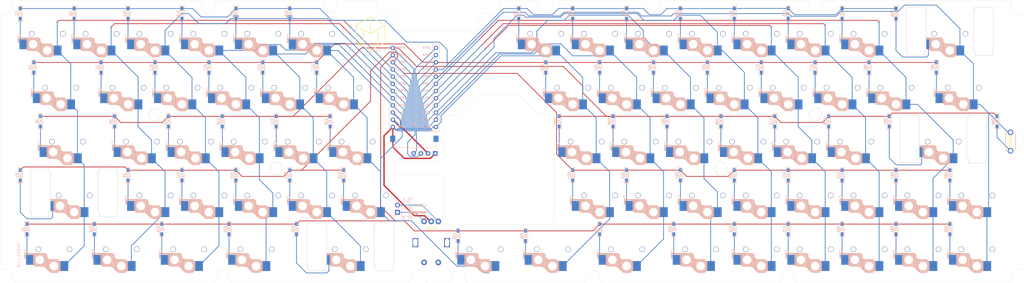
<source format=kicad_pcb>
(kicad_pcb (version 20241229) (generator "pcbnew") (generator_version "9.0")
  (layers (0 "F.Cu" signal) (2 "B.Cu" signal) (13 "F.Paste" user) (15 "B.Paste" user) (5 "F.SilkS" user "F.Silkscreen") (7 "B.SilkS" user "B.Silkscreen") (1 "F.Mask" user) (3 "B.Mask" user) (25 "Edge.Cuts" user))
  (net 0 "")
  (net 1 "Net-(D1-A)")
  (net 2 "Net-(D2-A)")
  (net 3 "Net-(D3-A)")
  (net 4 "Net-(D4-A)")
  (net 5 "Net-(D5-A)")
  (net 6 "Net-(D6-A)")
  (net 7 "Net-(D7-A)")
  (net 8 "Net-(D8-A)")
  (net 9 "Net-(D9-A)")
  (net 10 "Net-(D10-A)")
  (net 11 "Net-(D11-A)")
  (net 12 "Net-(D12-A)")
  (net 13 "Net-(D13-A)")
  (net 14 "Net-(D14-A)")
  (net 15 "Net-(D15-A)")
  (net 16 "Net-(D16-A)")
  (net 17 "Net-(D17-A)")
  (net 18 "Net-(D18-A)")
  (net 19 "Net-(D19-A)")
  (net 20 "Net-(D20-A)")
  (net 21 "Net-(D21-A)")
  (net 22 "Net-(D22-A)")
  (net 23 "Net-(D23-A)")
  (net 24 "Net-(D24-A)")
  (net 25 "Net-(D25-A)")
  (net 26 "Net-(D26-A)")
  (net 27 "Net-(D27-A)")
  (net 28 "Net-(D28-A)")
  (net 29 "Net-(D29-A)")
  (net 30 "Net-(D30-A)")
  (net 31 "Net-(D51-A)")
  (net 32 "Net-(D52-A)")
  (net 33 "Net-(D53-A)")
  (net 34 "Net-(D54-A)")
  (net 35 "Net-(D55-A)")
  (net 36 "Net-(D56-A)")
  (net 37 "Net-(D57-A)")
  (net 38 "Net-(D58-A)")
  (net 39 "Net-(D59-A)")
  (net 40 "Net-(D60-A)")
  (net 41 "Net-(D61-A)")
  (net 42 "Net-(D62-A)")
  (net 43 "Net-(D63-A)")
  (net 44 "Net-(D64-A)")
  (net 45 "Net-(D65-A)")
  (net 46 "Net-(D66-A)")
  (net 47 "Net-(D67-A)")
  (net 48 "Net-(D68-A)")
  (net 49 "Net-(D69-A)")
  (net 50 "Net-(D70-A)")
  (net 51 "Net-(D71-A)")
  (net 52 "Net-(D72-A)")
  (net 53 "Net-(D73-A)")
  (net 54 "Net-(D74-A)")
  (net 55 "Net-(D75-A)")
  (net 56 "Net-(D76-A)")
  (net 57 "Net-(D77-A)")
  (net 58 "Net-(D78-A)")
  (net 59 "Net-(D79-A)")
  (net 60 "Net-(D80-A)")
  (net 61 "Net-(D81-A)")
  (net 62 "Net-(D82-A)")
  (net 63 "Net-(D83-A)")
  (net 64 "Net-(D84-A)")
  (net 65 "Net-(D85-A)")
  (net 66 "Net-(D86-A)")
  (net 67 "Net-(D87-A)")
  (net 68 "Net-(D89-A)")
  (net 69 "Net-(D90-A)")
  (net 70 "GP19:SCL")
  (net 71 "PICOT:RE_B")
  (net 72 "PICOT:RE_A")
  (net 73 "PICOT:GND")
  (net 74 "PICOT:3v3")
  (net 75 "Net-(D88-A)")
  (net 76 "GP18:SDA")
  (net 77 "PICOT:VCC")
  (net 80 "GP15:COL6")
  (net 81 "GP12:COL9")
  (net 82 "GP14:COL7")
  (net 83 "GP13:COL8")
  (net 84 "GP10:COL11")
  (net 85 "GP11:COL10")
  (net 86 "GP09:COL12")
  (net 87 "GP08:COL13")
  (net 88 "GP16:ROW0")
  (net 89 "GP27:COL4")
  (net 90 "GP28:COL5")
  (net 91 "GP23:COL0")
  (net 92 "GP24:COL1")
  (net 93 "GP25:COL2")
  (net 94 "GP26:COL3")
  (net 95 "GP22:ROW3")
  (net 96 "GP21:ROW4")
  (net 97 "GP17:ROW1")
  (net 98 "GP20:ROW2")
  (footprint "kbd_Parts:Diode_SMD" (layer "F.Cu") (at 209.55 116.6812 -90)
    (property "Reference" "D52")
    (property "Value" "D" (hide yes))
  )
  (footprint "kbd_Parts:Diode_SMD" (layer "F.Cu") (at 290.5125 135.7312 -90)
    (property "Reference" "D73")
    (property "Value" "D" (hide yes))
  )
  (footprint "Rikkodo_FootPrint:rkd_Asm_ChocV1V2_Hotswap_1u" (layer "F.Cu") (at 280.9875 142.875)
    (property "Reference" "SW68" (hide yes))
    (property "Value" "SW_Push" (hide yes))
  )
  (footprint "Rikkodo_FootPrint:rkd_Asm_ChocV1V2_Hotswap_1u" (layer "F.Cu") (at 66.675 142.875)
    (property "Reference" "SW8" (hide yes))
    (property "Value" "SW_Push" (hide yes))
  )
  (footprint "kbd_Parts:Diode_SMD" (layer "F.Cu") (at 271.4625 135.7312 -90)
    (property "Reference" "D68")
    (property "Value" "D" (hide yes))
  )
  (footprint "Rikkodo_FootPrint:rkd_Asm_ChocV1V2_Hotswap_1u" (layer "F.Cu") (at 33.3375 104.775)
    (property "Reference" "SW1" (hide yes))
    (property "Value" "SW_Push" (hide yes))
  )
  (footprint "kbd_Parts:Diode_SMD" (layer "F.Cu") (at 23.8125 97.6312 -90)
    (property "Reference" "D1")
    (property "Value" "D" (hide yes))
  )
  (footprint "kbd_Hole:m2_Screw_Hole" (layer "F.Cu") (at 180.975 105.965625)
    (property "Reference" "M2")
    (property "Value" "Mark" (hide yes))
  )
  (footprint "kbd_Parts:Diode_SMD" (layer "F.Cu") (at 323.85 116.6812 -90)
    (property "Reference" "D82")
    (property "Value" "D" (hide yes))
  )
  (footprint "Rikkodo_FootPrint:rkd_Asm_ChocV1V2_Hotswap_1u" (layer "F.Cu") (at 266.7 104.775)
    (property "Reference" "SW66" (hide yes))
    (property "Value" "SW_Push" (hide yes))
  )
  (footprint "kbd_Parts:Diode_SMD" (layer "F.Cu") (at 71.4375 116.6812 -90)
    (property "Reference" "D12")
    (property "Value" "D" (hide yes))
  )
  (footprint "kbd_Parts:Diode_SMD" (layer "F.Cu") (at 352.425 154.7812 -90)
    (property "Reference" "D89")
    (property "Value" "D" (hide yes))
  )
  (footprint "kbd_Parts:Diode_SMD" (layer "F.Cu") (at 295.275 173.8312 -90)
    (property "Reference" "D75")
    (property "Value" "D" (hide yes))
  )
  (footprint "Rikkodo_FootPrint:rkd_Asm_ChocV1V2_Hotswap_1u" (layer "F.Cu") (at 342.9 180.975)
    (property "Reference" "SW85" (hide yes))
    (property "Value" "SW_Push" (hide yes))
  )
  (footprint "Rikkodo_FootPrint:rkd_Asm_ChocV1V2_Hotswap_1u" (layer "F.Cu") (at 300.0375 142.875)
    (property "Reference" "SW73" (hide yes))
    (property "Value" "SW_Push" (hide yes))
  )
  (footprint "BrownSugar_KBD:SW_PUSH_6x3mm" (layer "F.Cu") (at 373.85625 142.875 90)
    (property "Reference" "SW88")
    (property "Value" "SW_Push")
  )
  (footprint "kbd_Hole:m2_Screw_Hole" (layer "F.Cu") (at 161.925 157.1625)
    (property "Reference" "M7")
    (property "Value" "Mark")
  )
  (footprint "kbd_Parts:Diode_SMD" (layer "F.Cu") (at 333.375 97.6312 -90)
    (property "Reference" "D86")
    (property "Value" "D" (hide yes))
  )
  (footprint "kbd_Parts:Diode_SMD" (layer "F.Cu") (at 23.8125 154.7812 -90)
    (property "Reference" "D4")
    (property "Value" "D" (hide yes))
  )
  (footprint "Rikkodo_FootPrint:rkd_Asm_ChocV1V2_Hotswap_1u" (layer "F.Cu") (at 219.075 123.825)
    (property "Reference" "SW52" (hide yes))
    (property "Value" "SW_Push" (hide yes))
  )
  (footprint "Rikkodo_FootPrint:rkd_Asm_ChocV1V2_Hotswap_1u" (layer "F.Cu") (at 247.65 104.775)
    (property "Reference" "SW61" (hide yes))
    (property "Value" "SW_Push" (hide yes))
  )
  (footprint "kbd_Parts:Diode_SMD" (layer "F.Cu") (at 309.5625 135.7312 -90)
    (property "Reference" "D78")
    (property "Value" "D" (hide yes))
  )
  (footprint "Rikkodo_FootPrint:rkd_Asm_ChocV1V2_Hotswap_1u" (layer "F.Cu") (at 285.75 161.925)
    (property "Reference" "SW69" (hide yes))
    (property "Value" "SW_Push" (hide yes))
  )
  (footprint "kbd_Parts:Diode_SMD" (layer "F.Cu") (at 214.3125 135.7312 -90)
    (property "Reference" "D53")
    (property "Value" "D" (hide yes))
  )
  (footprint "Rikkodo_FootPrint:rkd_Asm_ChocV1V2_Hotswap_1u" (layer "F.Cu") (at 319.0875 142.875)
    (property "Reference" "SW78" (hide yes))
    (property "Value" "SW_Push" (hide yes))
  )
  (footprint "kbd_Hole:m2_Spacer_Hole_hex" (layer "F.Cu") (at 114.3 152.4)
    (property "Reference" "M4")
    (property "Value" "Mark")
    (fp_line (start -2.4 0) (end -1.2 2.15) (stroke (width 0.1)) (layer "Edge.Cuts"))
    (fp_line (start -1.2 -2.15) (end -2.4 0) (stroke (width 0.1)) (layer "Edge.Cuts"))
    (fp_line (start -1.2 2.15) (end 1.2 2.15) (stroke (width 0.1)) (layer "Edge.Cuts"))
    (fp_line (start 1.2 -2.15) (end -1.2 -2.15) (stroke (width 0.1)) (layer "Edge.Cuts"))
    (fp_line (start 1.2 2.15) (end 2.4 0) (stroke (width 0.1)) (layer "Edge.Cuts"))
    (fp_line (start 2.4 0) (end 1.2 -2.15) (stroke (width 0.1)) (layer "Edge.Cuts"))
  )
  (footprint "Rikkodo_FootPrint:rkd_Asm_ChocV1V2_Hotswap_1u" (layer "F.Cu") (at 314.325 123.825)
    (property "Reference" "SW77" (hide yes))
    (property "Value" "SW_Push" (hide yes))
  )
  (footprint "kbd_Parts:Diode_SMD" (layer "F.Cu") (at 285.75 116.6812 -90)
    (property "Reference" "D72")
    (property "Value" "D" (hide yes))
  )
  (footprint "Rikkodo_FootPrint:rkd_Asm_ChocV1V2_Hotswap_1u" (layer "F.Cu") (at 100.0125 123.825)
    (property "Reference" "SW17" (hide yes))
    (property "Value" "SW_Push" (hide yes))
  )
  (footprint "kbd_Parts:Diode_SMD" (layer "F.Cu") (at 233.3625 135.7312 -90)
    (property "Reference" "D58")
    (property "Value" "D" (hide yes))
  )
  (footprint "Rikkodo_FootPrint:rkd_Asm_ChocV1V2_Hotswap_1u" (layer "F.Cu") (at 71.4375 161.925)
    (property "Reference" "SW9" (hide yes))
    (property "Value" "SW_Push" (hide yes))
  )
  (footprint "kbd_Parts:Diode_SMD" (layer "F.Cu") (at 95.25 135.7312 -90)
    (property "Reference" "D18")
    (property "Value" "D" (hide yes))
  )
  (footprint "Rikkodo_FootPrint:rkd_Asm_ChocV1V2_Hotswap_1u" (layer "F.Cu") (at 238.125 180.975)
    (property "Reference" "SW60" (hide yes))
    (property "Value" "SW_Push" (hide yes))
  )
  (footprint "kbd_Parts:Diode_SMD" (layer "F.Cu") (at 109.5375 116.6812 -90)
    (property "Reference" "D22")
    (property "Value" "D" (hide yes))
  )
  (footprint "Rikkodo_FootPrint:rkd_Asm_ChocV1V2_Hotswap_1u" (layer "F.Cu") (at 242.8875 142.875)
    (property "Reference" "SW58" (hide yes))
    (property "Value" "SW_Push" (hide yes))
  )
  (footprint "kbd_Hole:m2_Spacer_Hole_hex" (layer "F.Cu") (at 71.4375 133.35)
    (property "Reference" "M3")
    (property "Value" "Mark")
    (fp_line (start -2.4 0) (end -1.2 2.15) (stroke (width 0.1)) (layer "Edge.Cuts"))
    (fp_line (start -1.2 -2.15) (end -2.4 0) (stroke (width 0.1)) (layer "Edge.Cuts"))
    (fp_line (start -1.2 2.15) (end 1.2 2.15) (stroke (width 0.1)) (layer "Edge.Cuts"))
    (fp_line (start 1.2 -2.15) (end -1.2 -2.15) (stroke (width 0.1)) (layer "Edge.Cuts"))
    (fp_line (start 1.2 2.15) (end 2.4 0) (stroke (width 0.1)) (layer "Edge.Cuts"))
    (fp_line (start 2.4 0) (end 1.2 -2.15) (stroke (width 0.1)) (layer "Edge.Cuts"))
  )
  (footprint "kbd_Parts:Diode_SMD" (layer "F.Cu") (at 257.175 154.7812 -90)
    (property "Reference" "D64")
    (property "Value" "D" (hide yes))
  )
  (footprint "kbd_Parts:Diode_SMD" (layer "F.Cu") (at 114.3 135.7312 -90)
    (property "Reference" "D23")
    (property "Value" "D" (hide yes))
  )
  (footprint "kbd_Parts:Diode_SMD" (layer "F.Cu") (at 352.425 173.8312 -90)
    (property "Reference" "D90")
    (property "Value" "D" (hide yes))
  )
  (footprint "kbd_Parts:Diode_SMD" (layer "F.Cu") (at 97.6313 173.8312 -90)
    (property "Reference" "D20")
    (property "Value" "D" (hide yes))
  )
  (footprint "kbd_Parts:Diode_SMD" (layer "F.Cu") (at 80.9625 154.7812 -90)
    (property "Reference" "D14")
    (property "Value" "D" (hide yes))
  )
  (footprint "Rikkodo_FootPrint:rkd_Asm_ChocV1V2_Hotswap_1u" (layer "F.Cu") (at 261.9375 142.875)
    (property "Reference" "SW63" (hide yes))
    (property "Value" "SW_Push" (hide yes))
  )
  (footprint "Rikkodo_FootPrint:rkd_Asm_ChocV1V2_Hotswap_1u" (layer "F.Cu") (at 264.31875 180.975)
    (property "Reference" "SW65" (hide yes))
    (property "Value" "SW_Push" (hide yes))
  )
  (footprint "kbd_Parts:Diode_SMD" (layer "F.Cu") (at 295.275 97.5812 -90)
    (property "Reference" "D76")
    (property "Value" "D" (hide yes))
  )
  (footprint "kbd_Parts:Diode_SMD" (layer "F.Cu") (at 219.075 97.6312 -90)
    (property "Reference" "D56")
    (property "Value" "D" (hide yes))
  )
  (footprint "Rikkodo_FootPrint:rkd_Asm_ChocV1V2_Hotswap_1u" (layer "F.Cu") (at 52.3875 104.775)
    (property "Reference" "SW6" (hide yes))
    (property "Value" "SW_Push" (hide yes))
  )
  (footprint "Rikkodo_FootPrint:rkd_Asm_ChocV1V2_Hotswap_1u" (layer "F.Cu") (at 357.1875 123.825)
    (property "Reference" "SW87" (hide yes))
    (property "Value" "SW_Push" (hide yes))
  )
  (footprint "Rikkodo_FootPrint:rkd_Asm_ChocV1V2_Hotswap_1u" (layer "F.Cu") (at 123.825 142.875)
    (property "Reference" "SW23" (hide yes))
    (property "Value" "SW_Push" (hide yes))
  )
  (footprint "kbd_Parts:Diode_SMD" (layer "F.Cu") (at 178.5938 176.2125 -90)
    (property "Reference" "D30")
    (property "Value" "D" (hide yes))
  )
  (footprint "Rikkodo_FootPrint:rkd_Asm_ChocV1V2_Hotswap_1u" (layer "F.Cu") (at 61.9125 123.825)
    (property "Reference" "SW7" (hide yes))
    (property "Value" "SW_Push" (hide yes))
  )
  (footprint "Rikkodo_FootPrint:rkd_Asm_ChocV1V2_Hotswap_1u" (layer "F.Cu") (at 40.4813 142.875)
    (property "Reference" "SW3" (hide yes))
    (property "Value" "SW_Push" (hide yes))
  )
  (footprint "kbd_Parts:Diode_SMD" (layer "F.Cu") (at 238.125 97.6312 -90)
    (property "Reference" "D61")
    (property "Value" "D" (hide yes))
  )
  (footprint "Rikkodo_FootPrint:rkd_Asm_ChocV1V2_Hotswap_1u" (layer "F.Cu") (at 257.175 123.825)
    (property "Reference" "SW62" (hide yes))
    (property "Value" "SW_Push" (hide yes))
  )
  (footprint "kbd_Parts:Diode_SMD" (layer "F.Cu") (at 202.4063 176.2125 -90)
    (property "Reference" "D55")
    (property "Value" "D" (hide yes))
  )
  (footprint "Rikkodo_FootPrint:rkd_Asm_ChocV1V2_Hotswap_1u" (layer "F.Cu") (at 342.9 161.925)
    (property "Reference" "SW84" (hide yes))
    (property "Value" "SW_Push" (hide yes))
  )
  (footprint "kbd_Parts:Diode_SMD" (layer "F.Cu") (at 266.7 116.6812 -90)
    (property "Reference" "D67")
    (property "Value" "D" (hide yes))
  )
  (footprint "Rikkodo_FootPrint:rkd_Asm_ChocV1V2_Hotswap_1u" (layer "F.Cu") (at 119.0625 123.825)
    (property "Reference" "SW22" (hide yes))
    (property "Value" "SW_Push" (hide yes))
  )
  (footprint "kbd_Parts:Diode_SMD" (layer "F.Cu") (at 52.3875 116.6812 -90)
    (property "Reference" "D7")
    (property "Value" "D" (hide yes))
  )
  (footprint "kbd_Parts:Diode_SMD" (layer "F.Cu") (at 238.125 154.7812 -90)
    (property "Reference" "D59")
    (property "Value" "D" (hide yes))
  )
  (footprint "kbd_Parts:Diode_SMD" (layer "F.Cu") (at 119.0625 154.7812 -90)
    (property "Reference" "D24")
    (property "Value" "D" (hide yes))
  )
  (footprint "Rikkodo_FootPrint:rkd_Asm_ChocV1V2_Hotswap_1u" (layer "F.Cu") (at 142.875 142.875)
    (property "Reference" "SW28" (hide yes))
    (property "Value" "SW_Push" (hide yes))
  )
  (footprint "kbd_Parts:Diode_SMD" (layer "F.Cu") (at 228.6 173.83125 -90)
    (property "Reference" "D60")
    (property "Value" "D" (hide yes))
  )
  (footprint "kbd_Parts:Diode_SMD" (layer "F.Cu") (at 61.9125 154.7812 -90)
    (property "Reference" "D9")
    (property "Value" "D" (hide yes))
  )
  (footprint "kbd_Parts:Diode_SMD" (layer "F.Cu") (at 138.1125 154.7812 -90)
    (property "Reference" "D29")
    (property "Value" "D" (hide yes))
  )
  (footprint "kbd_Parts:Diode_SMD" (layer "F.Cu") (at 314.325 154.7812 -90)
    (property "Reference" "D79")
    (property "Value" "D" (hide yes))
  )
  (footprint "kbd_Parts:Diode_SMD" (layer "F.Cu") (at 247.65 116.6812 -90)
    (property "Reference" "D62")
    (property "Value" "D" (hide yes))
  )
  (footprint "Rikkodo_FootPrint:rkd_Asm_ChocV1V2_Hotswap_1u" (layer "F.Cu") (at 333.375 123.825)
    (property "Reference" "SW82" (hide yes))
    (property "Value" "SW_Push" (hide yes))
  )
  (footprint "Rikkodo_FootPrint:rkd_Asm_ChocV1V2_Hotswap_1u" (layer "F.Cu") (at 83.3438 180.975)
    (property "Reference" "SW15" (hide yes))
    (property "Value" "SW_Push" (hide yes))
  )
  (footprint "Rikkodo_FootPrint:rkd_Asm_ChocV1V2_Hotswap_1u" (layer "F.Cu") (at 35.7188 180.975)
    (property "Reference" "SW5" (hide yes))
    (property "Value" "SW_Push" (hide yes))
  )
  (footprint "Rikkodo_FootPrint:rkd_Asm_ChocV1V2_Hotswap_1u" (layer "F.Cu") (at 109.5375 161.925)
    (property "Reference" "SW19" (hide yes))
    (property "Value" "SW_Push" (hide yes))
  )
  (footprint "Rikkodo_FootPrint:rkd_Asm_ChocV1V2_Hotswap_1u" (layer "F.Cu") (at 223.8375 142.875)
    (property "Reference" "SW53" (hide yes))
    (property "Value" "SW_Push" (hide yes))
  )
  (footprint "kbd_Parts:Diode_SMD" (layer "F.Cu") (at 119.0625 97.6312 -90)
    (property "Reference" "D26")
    (property "Value" "D" (hide yes))
  )
  (footprint "kbd_Parts:Diode_SMD" (layer "F.Cu") (at 128.5875 116.6812 -90)
    (property "Reference" "D27")
    (property "Value" "D" (hide yes))
  )
  (footprint "kbd_Parts:Diode_SMD" (layer "F.Cu") (at 133.35 135.7312 -90)
    (property "Reference" "D28")
    (property "Value" "D" (hide yes))
  )
  (footprint "Rikkodo_FootPrint:rkd_Asm_ChocV1V2_Hotswap_1u" (layer "F.Cu") (at 247.65 161.925)
    (property "Reference" "SW59" (hide yes))
    (property "Value" "SW_Push" (hide yes))
  )
  (footprint "Rikkodo_FootPrint:rkd_Asm_ChocV1V2_Hotswap_1u" (layer "F.Cu") (at 147.6375 161.925)
    (property "Reference" "SW29" (hide yes))
    (property "Value" "SW_Push" (hide yes))
  )
  (footprint "kbd_Hole:m2_Spacer_Hole_hex" (layer "F.Cu") (at 271.4625 152.4)
    (property "Reference" "M5")
    (property "Value" "Mark")
    (fp_line (start -2.4 0) (end -1.2 2.15) (stroke (width 0.1)) (layer "Edge.Cuts"))
    (fp_line (start -1.2 -2.15) (end -2.4 0) (stroke (width 0.1)) (layer "Edge.Cuts"))
    (fp_line (start -1.2 2.15) (end 1.2 2.15) (stroke (width 0.1)) (layer "Edge.Cuts"))
    (fp_line (start 1.2 -2.15) (end -1.2 -2.15) (stroke (width 0.1)) (layer "Edge.Cuts"))
    (fp_line (start 1.2 2.15) (end 2.4 0) (stroke (width 0.1)) (layer "Edge.Cuts"))
    (fp_line (start 2.4 0) (end 1.2 -2.15) (stroke (width 0.1)) (layer "Edge.Cuts"))
  )
  (footprint "Rikkodo_FootPrint:rkd_Asm_ChocV1V2_Hotswap_1u" (layer "F.Cu") (at 104.775 142.875)
    (property "Reference" "SW18" (hide yes))
    (property "Value" "SW_Push" (hide yes))
  )
  (footprint "Rikkodo_FootPrint:rkd_Asm_ChocV1V2_Hotswap_1u" (layer "F.Cu") (at 38.1 123.825)
    (property "Reference" "SW2" (hide yes))
    (property "Value" "SW_Push" (hide yes))
  )
  (footprint "BrownSugar_KBD:OLED_center_display" (layer "F.Cu") (at 166.68764 128.5875)
    (property "Reference" "OL2")
    (property "Value" "OLED")
  )
  (footprint "kbd_Parts:Diode_SMD" (layer "F.Cu") (at 200.025 97.6312 -90)
    (property "Reference" "D51")
    (property "Value" "D" (hide yes))
  )
  (footprint "Rikkodo_FootPrint:rkd_LOGO_2x" (layer "F.Cu") (at 147.6375 104.775)
    (property "Reference" "M8" (hide yes))
    (property "Value" "Mark" (hide yes))
  )
  (footprint "Rikkodo_FootPrint:rkd_Asm_ChocV1V2_Hotswap_1u" (layer "F.Cu") (at 285.75 104.775)
    (property "Reference" "SW71" (hide yes))
    (property "Value" "SW_Push" (hide yes))
  )
  (footprint "kbd_Parts:Diode_SMD" (layer "F.Cu") (at 42.8625 97.6312 -90)
    (property "Reference" "D6")
    (property "Value" "D" (hide yes))
  )
  (footprint "kbd_Parts:Diode_SMD" (layer "F.Cu") (at 26.1938 173.8312 -90)
    (property "Reference" "D5")
    (property "Value" "D" (hide yes))
  )
  (footprint "kbd_Parts:Diode_SMD" (layer "F.Cu") (at 219.075 154.7812 -90)
    (property "Reference" "D54")
    (property "Value" "D" (hide yes))
  )
  (footprint "Rikkodo_FootPrint:rkd_Asm_ChocV1V2_Hotswap_1u" (layer "F.Cu") (at 128.5875 104.775)
    (property "Reference" "SW26" (hide yes))
    (property "Value" "SW_Push" (hide yes))
  )
  (footprint "Rikkodo_FootPrint:rkd_Asm_ChocV1V2_Hotswap_1u" (layer "F.Cu") (at 128.5875 161.925)
    (property "Reference" "SW24" (hide yes))
    (property "Value" "SW_Push" (hide yes))
  )
  (footprint "Rikkodo_FootPrint:rkd_Asm_ChocV1V2_Hotswap_1u" (layer "F.Cu") (at 323.85 104.775)
    (property "Reference" "SW81" (hide yes))
    (property "Value" "SW_Push" (hide yes))
  )
  (footprint "Rikkodo_FootPrint:rkd_Asm_ChocV2_Hotswap_2uW" (layer "F.Cu") (at 140.4938 180.975)
    (property "Reference" "SW25" (hide yes))
    (property "Value" "SW_Push" (hide yes))
    (fp_line (start -15.4 -8.8) (end -15.4 6) (stroke (width 0.12)) (layer "Edge.Cuts"))
    (fp_line (start -15.4 6) (end -15.025 6) (stroke (width 0.12)) (layer "Edge.Cuts"))
    (fp_line (start -15.025 -9.445) (end -8.975 -9.445) (stroke (width 0.12)) (layer "Edge.Cuts"))
    (fp_line (start -15.025 -8.8) (end -15.4 -8.8) (stroke (width 0.12)) (layer "Edge.Cuts"))
    (fp_line (start -15.025 -8.8) (end -15.025 -9.445) (stroke (width 0.12)) (layer "Edge.Cuts"))
    (fp_line (start -15.025 7.605) (end -15.025 6) (stroke (width 0.12)) (layer "Edge.Cuts"))
    (fp_line (start -8.975 -8.8) (end -8.975 -9.445) (stroke (width 0.12)) (layer "Edge.Cuts"))
    (fp_line (start -8.975 6) (end -8.975 7.605) (stroke (width 0.12)) (layer "Edge.Cuts"))
    (fp_line (start -8.975 7.605) (end -15.025 7.605) (stroke (width 0.12)) (layer "Edge.Cuts"))
    (fp_line (start -8.4 -8.8) (end -8.975 -8.8) (stroke (width 0.12)) (layer "Edge.Cuts"))
    (fp_line (start -8.4 6) (end -8.975 6) (stroke (width 0.12)) (layer "Edge.Cuts"))
    (fp_line (start -8.4 6) (end -8.4 -8.8) (stroke (width 0.12)) (layer "Edge.Cuts"))
    (fp_line (start 8.4 -8.8) (end 8.975 -8.8) (stroke (width 0.12)) (layer "Edge.Cuts"))
    (fp_line (start 8.4 6) (end 8.4 -8.8) (stroke (width 0.12)) (layer "Edge.Cuts"))
    (fp_line (start 8.975 -9.445) (end 8.975 -8.8) (stroke (width 0.12)) (layer "Edge.Cuts"))
    (fp_line (start 8.975 6) (end 8.4 6) (stroke (width 0.12)) (layer "Edge.Cuts"))
    (fp_line (start 8.975 6) (end 8.975 7.605) (stroke (width 0.12)) (layer "Edge.Cuts"))
    (fp_line (start 8.975 7.605) (end 15.025 7.605) (stroke (width 0.12)) (layer "Edge.Cuts"))
    (fp_line (start 15.025 -9.445) (end 8.975 -9.445) (stroke (width 0.12)) (layer "Edge.Cuts"))
    (fp_line (start 15.025 -9.445) (end 15.025 -8.8) (stroke (width 0.12)) (layer "Edge.Cuts"))
    (fp_line (start 15.025 -8.8) (end 15.4 -8.8) (stroke (width 0.12)) (layer "Edge.Cuts"))
    (fp_line (start 15.025 7.605) (end 15.025 6) (stroke (width 0.12)) (layer "Edge.Cuts"))
    (fp_line (start 15.4 -8.8) (end 15.4 6) (stroke (width 0.12)) (layer "Edge.Cuts"))
    (fp_line (start 15.4 6) (end 15.025 6) (stroke (width 0.12)) (layer "Edge.Cuts"))
  )
  (footprint "Rikkodo_FootPrint:rkd_Asm_ChocV1V2_Hotswap_1u" (layer "F.Cu") (at 90.4875 104.775)
    (property "Reference" "SW16" (hide yes))
    (property "Value" "SW_Push" (hide yes))
  )
  (footprint "Rikkodo_FootPrint:rkd_Asm_ChocV1V2_Hotswap_1u" (layer "F.Cu") (at 107.1563 180.975)
    (property "Reference" "SW20" (hide yes))
    (property "Value" "SW_Push" (hide yes))
  )
  (footprint "kbd_Parts:Diode_SMD" (layer "F.Cu") (at 333.375 154.7812 -90)
    (property "Reference" "D84")
    (property "Value" "D" (hide yes))
  )
  (footprint "Rikkodo_FootPrint:rkd_Asm_ChocV1V2_Hotswap_1u" (layer "F.Cu") (at 304.8 161.925)
    (property "Reference" "SW74" (hide yes))
    (property "Value" "SW_Push" (hide yes))
  )
  (footprint "Rikkodo_FootPrint:rkd_Asm_ChocV1V2_Hotswap_1u" (layer "F.Cu") (at 90.4875 161.925)
    (property "Reference" "SW14" (hide yes))
    (property "Value" "SW_Push" (hide yes))
  )
  (footprint "Rikkodo_FootPrint:rkd_Asm_ChocV1V2_Hotswap_1u" (layer "F.Cu") (at 188.1188 180.975)
    (property "Reference" "SW30" (hide yes))
    (property "Value" "SW_Push" (hide yes))
  )
  (footprint "kbd_Parts:Diode_SMD" (layer "F.Cu") (at 61.9125 97.6312 -90)
    (property "Reference" "D11")
    (property "Value" "D" (hide yes))
  )
  (footprint "kbd_Parts:Diode_SMD" (layer "F.Cu") (at 80.9625 97.6312 -90)
    (property "Reference" "D16")
    (property "Value" "D" (hide yes))
  )
  (footprint "kbd_Parts:Diode_SMD" (layer "F.Cu") (at 276.225 173.8312 -90)
    (property "Reference" "D70")
    (property "Value" "D" (hide yes))
  )
  (footprint "kbd_Parts:Diode_SMD" (layer "F.Cu") (at 50.0063 173.8312 -90)
    (property "Reference" "D10")
    (property "Value" "D" (hide yes))
  )
  (footprint "kbd_Parts:Diode_SMD" (layer "F.Cu") (at 276.225 97.6312 -90)
    (property "Reference" "D71")
    (property "Value" "D" (hide yes))
  )
  (footprint "Rikkodo_FootPrint:rkd_Asm_ChocV1V2_Hotswap_1u" (layer "F.Cu") (at 238.125 123.825)
    (property "Reference" "SW57" (hide yes))
    (property "Value" "SW_Push" (hide yes))
  )
  (footprint "kbd_Parts:Diode_SMD" (layer "F.Cu") (at 76.2 135.73125 -90)
    (property "Reference" "D13")
    (property "Value" "D" (hide yes))
  )
  (footprint "Rikkodo_FootPrint:rkd_Asm_ChocV2_Hotswap_2uW" (layer "F.Cu") (at 42.8625 161.925)
    (property "Reference" "SW4" (hide yes))
    (property "Value" "SW_Push" (hide yes))
    (fp_line (start -15.4 -8.8) (end -15.4 6) (stroke (width 0.12)) (layer "Edge.Cuts"))
    (fp_line (start -15.4 6) (end -15.025 6) (stroke (width 0.12)) (layer "Edge.Cuts"))
    (fp_line (start -15.025 -9.445) (end -8.975 -9.445) (stroke (width 0.12)) (layer "Edge.Cuts"))
    (fp_line (start -15.025 -8.8) (end -15.4 -8.8) (stroke (width 0.12)) (layer "Edge.Cuts"))
    (fp_line (start -15.025 -8.8) (end -15.025 -9.445) (stroke (width 0.12)) (layer "Edge.Cuts"))
    (fp_line (start -15.025 7.605) (end -15.025 6) (stroke (width 0.12)) (layer "Edge.Cuts"))
    (fp_line (start -8.975 -8.8) (end -8.975 -9.445) (stroke (width 0.12)) (layer "Edge.Cuts"))
    (fp_line (start -8.975 6) (end -8.975 7.605) (stroke (width 0.12)) (layer "Edge.Cuts"))
    (fp_line (start -8.975 7.605) (end -15.025 7.605) (stroke (width 0.12)) (layer "Edge.Cuts"))
    (fp_line (start -8.4 -8.8) (end -8.975 -8.8) (stroke (width 0.12)) (layer "Edge.Cuts"))
    (fp_line (start -8.4 6) (end -8.975 6) (stroke (width 0.12)) (layer "Edge.Cuts"))
    (fp_line (start -8.4 6) (end -8.4 -8.8) (stroke (width 0.12)) (layer "Edge.Cuts"))
    (fp_line (start 8.4 -8.8) (end 8.975 -8.8) (stroke (width 0.12)) (layer "Edge.Cuts"))
    (fp_line (start 8.4 6) (end 8.4 -8.8) (stroke (width 0.12)) (layer "Edge.Cuts"))
    (fp_line (start 8.975 -9.445) (end 8.975 -8.8) (stroke (width 0.12)) (layer "Edge.Cuts"))
    (fp_line (start 8.975 6) (end 8.4 6) (stroke (width 0.12)) (layer "Edge.Cuts"))
    (fp_line (start 8.975 6) (end 8.975 7.605) (stroke (width 0.12)) (layer "Edge.Cuts"))
    (fp_line (start 8.975 7.605) (end 15.025 7.605) (stroke (width 0.12)) (layer "Edge.Cuts"))
    (fp_line (start 15.025 -9.445) (end 8.975 -9.445) (stroke (width 0.12)) (layer "Edge.Cuts"))
    (fp_line (start 15.025 -9.445) (end 15.025 -8.8) (stroke (width 0.12)) (layer "Edge.Cuts"))
    (fp_line (start 15.025 -8.8) (end 15.4 -8.8) (stroke (width 0.12)) (layer "Edge.Cuts"))
    (fp_line (start 15.025 7.605) (end 15.025 6) (stroke (width 0.12)) (layer "Edge.Cuts"))
    (fp_line (start 15.4 -8.8) (end 15.4 6) (stroke (width 0.12)) (layer "Edge.Cuts"))
    (fp_line (start 15.4 6) (end 15.025 6) (stroke (width 0.12)) (layer "Edge.Cuts"))
  )
  (footprint "Rikkodo_FootPrint:rkd_Asm_ChocV1V2_Hotswap_1u" (layer "F.Cu") (at 228.6 161.925)
    (property "Reference" "SW54" (hide yes))
    (property "Value" "SW_Push" (hide yes))
  )
  (footprint "kbd_Parts:Diode_SMD" (layer "F.Cu") (at 254.79375 173.8312 -90)
    (property "Reference" "D65")
    (property "Value" "D" (hide yes))
  )
  (footprint "kbd_Parts:Diode_SMD" (layer "F.Cu") (at 369.09375 135.73125 -90)
    (property "Reference" "D88")
    (property "Value" "D" (hide yes))
  )
  (footprint "kbd_Parts:Diode_SMD" (layer "F.Cu") (at 257.175 97.6312 -90)
    (property "Reference" "D66")
    (property "Value" "D" (hide yes))
  )
  (footprint "Rikkodo_FootPrint:rkd_Asm_ChocV1V2_Hotswap_1u" (layer "F.Cu") (at 138.1125 123.825)
    (property "Reference" "SW27" (hide yes))
    (property "Value" "SW_Push" (hide yes))
  )
  (footprint "kbd_Parts:Diode_SMD" (layer "F.Cu") (at 73.8188 173.8312 -90)
    (property "Reference" "D15")
    (property "Value" "D" (hide yes))
  )
  (footprint "kbd_Hole:m2_Screw_Hole" (layer "F.Cu") (at 161.925 105.965625)
    (property "Reference" "M1")
    (property "Value" "Mark" (hide yes))
  )
  (footprint "kbd_Parts:Diode_SMD" (layer "F.Cu") (at 295.275 154.7812 -90)
    (property "Reference" "D74")
    (property "Value" "D" (hide yes))
  )
  (footprint "Rikkodo_FootPrint:rkd_Asm_ChocV1V2_Hotswap_1u" (layer "F.Cu") (at 59.5313 180.975)
    (property "Reference" "SW10" (hide yes))
    (property "Value" "SW_Push" (hide yes))
  )
  (footprint "kbd_Parts:Diode_SMD" (layer "F.Cu") (at 314.325 173.8312 -90)
    (property "Reference" "D80")
    (property "Value" "D" (hide yes))
  )
  (footprint "kbd_Parts:Diode_SMD" (layer "F.Cu") (at 100.0125 97.6312 -90)
    (property "Reference" "D21")
    (property "Value" "D" (hide yes))
  )
  (footprint "kbd_Parts:Diode_SMD" (layer "F.Cu") (at 28.575 116.6812 -90)
    (property "Reference" "D2")
    (property "Value" "D" (hide yes))
  )
  (footprint "kbd_Parts:Diode_SMD" (layer "F.Cu") (at 30.9563 135.7312 -90)
    (property "Reference" "D3")
    (property "Value" "D" (hide yes))
  )
  (footprint "Rikkodo_FootPrint:rkd_Asm_ChocV1V2_Hotswap_1u" (layer "F.Cu") (at 209.55 104.775)
    (property "Reference" "SW51" (hide yes))
    (property "Value" "SW_Push" (hide yes))
  )
  (footprint "Rikkodo_FootPrint:rkd_Asm_ChocV1V2_Hotswap_1u" (layer "F.Cu") (at 361.95 161.925)
    (property "Reference" "SW89" (hide yes))
    (property "Value" "SW_Push" (hide yes))
  )
  (footprint "Rikkodo_FootPrint:rkd_Asm_ChocV1V2_Hotswap_1u" (layer "F.Cu") (at 266.7 161.925)
    (property "Reference" "SW64" (hide yes))
    (property "Value" "SW_Push" (hide yes))
  )
  (footprint "BrownSugar_KBD:RotaryEncoder_EC11-Switch" (layer "F.Cu") (at 169.06875 178.59375 180)
    (property "Reference" "SW40")
    (property "Value" "RotaryEncoder_Switch")
  )
  (footprint "kbd_Parts:Diode_SMD" (layer "F.Cu") (at 100.0125 154.7812 -90)
    (property "Reference" "D19")
    (property "Value" "D" (hide yes))
  )
  (footprint "kbd_Parts:Diode_SMD" (layer "F.Cu") (at 228.6 116.6812 -90)
    (property "Reference" "D57")
    (property "Value" "D" (hide yes))
  )
  (footprint "Rikkodo_FootPrint:rkd_Asm_ChocV1V2_Hotswap_1u" (layer "F.Cu") (at 85.725 142.875)
    (property "Reference" "SW13" (hide yes))
    (property "Value" "SW_Push" (hide yes))
  )
  (footprint "kbd_Parts:Diode_SMD" (layer "F.Cu") (at 330.9938 135.7312 -90)
    (property "Reference" "D83")
    (property "Value" "D" (hide yes))
  )
  (footprint "Rikkodo_FootPrint:rkd_Asm_ChocV1V2_Hotswap_1u" (layer "F.Cu") (at 295.275 123.825)
    (property "Reference" "SW72" (hide yes))
    (property "Value" "SW_Push" (hide yes))
  )
  (footprint "Rikkodo_FootPrint:rkd_Asm_ChocV1V2_Hotswap_1u" (layer "F.Cu") (at 323.85 180.975)
    (property "Reference" "SW80" (hide yes))
    (property "Value" "SW_Push" (hide yes))
  )
  (footprint "Rikkodo_FootPrint:rkd_Asm_ChocV1V2_Hotswap_1u" (layer "F.Cu") (at 71.4375 104.775)
    (property "Reference" "SW11" (hide yes))
    (property "Value" "SW_Push" (hide yes))
  )
  (footprint "Rikkodo_FootPrint:rkd_Asm_ChocV1V2_Hotswap_1u" (layer "F.Cu") (at 361.95 180.975)
    (property "Reference" "SW90" (hide yes))
    (property "Value" "SW_Push" (hide yes))
  )
  (footprint "Rikkodo_FootPrint:rkd_Asm_ChocV1V2_Hotswap_1u" (layer "F.Cu") (at 285.75 180.975)
    (property "Reference" "SW70" (hide yes))
    (property "Value" "SW_Push" (hide yes))
  )
  (footprint "Rikkodo_FootPrint:rkd_Asm_ChocV1V2_Hotswap_1u" (layer "F.Cu") (at 228.6 104.775)
    (property "Reference" "SW56" (hide yes))
    (property "Value" "SW_Push" (hide yes))
  )
  (footprint "Rikkodo_FootPrint:rkd_Asm_ChocV1V2_Hotswap_1u" (layer "F.Cu") (at 323.85 161.925)
    (property "Reference" "SW79" (hide yes))
    (property "Value" "SW_Push" (hide yes))
  )
  (footprint "Rikkodo_FootPrint:rkd_Asm_ChocV1V2_Hotswap_1u" (layer "F.Cu") (at 211.9313 180.975)
    (property "Reference" "SW55" (hide yes))
    (property "Value" "SW_Push" (hide yes))
  )
  (footprint "Rikkodo_FootPrint:rkd_Asm_ChocV1V2_Hotswap_1u" (layer "F.Cu") (at 304.8 180.975)
    (property "Reference" "SW75" (hide yes))
    (property "Value" "SW_Push" (hide yes))
  )
  (footprint "Rikkodo_FootPrint:rkd_Asm_ChocV2_Hotswap_2uW" (layer "F.Cu") (at 350.0438 142.875)
    (property "Reference" "SW83" (hide yes))
    (property "Value" "SW_Push" (hide yes))
    (fp_line (start -15.4 -8.8) (end -15.4 6) (stroke (width 0.12)) (layer "Edge.Cuts"))
    (fp_line (start -15.4 6) (end -15.025 6) (stroke (width 0.12)) (layer "Edge.Cuts"))
    (fp_line (start -15.025 -9.445) (end -8.975 -9.445) (stroke (width 0.12)) (layer "Edge.Cuts"))
    (fp_line (start -15.025 -8.8) (end -15.4 -8.8) (stroke (width 0.12)) (layer "Edge.Cuts"))
    (fp_line (start -15.025 -8.8) (end -15.025 -9.445) (stroke (width 0.12)) (layer "Edge.Cuts"))
    (fp_line (start -15.025 7.605) (end -15.025 6) (stroke (width 0.12)) (layer "Edge.Cuts"))
    (fp_line (start -8.975 -8.8) (end -8.975 -9.445) (stroke (width 0.12)) (layer "Edge.Cuts"))
    (fp_line (start -8.975 6) (end -8.975 7.605) (stroke (width 0.12)) (layer "Edge.Cuts"))
    (fp_line (start -8.975 7.605) (end -15.025 7.605) (stroke (width 0.12)) (layer "Edge.Cuts"))
    (fp_line (start -8.4 -8.8) (end -8.975 -8.8) (stroke (width 0.12)) (layer "Edge.Cuts"))
    (fp_line (start -8.4 6) (end -8.975 6) (stroke (width 0.12)) (layer "Edge.Cuts"))
    (fp_line (start -8.4 6) (end -8.4 -8.8) (stroke (width 0.12)) (layer "Edge.Cuts"))
    (fp_line (start 8.4 -8.8) (end 8.975 -8.8) (stroke (width 0.12)) (layer "Edge.Cuts"))
    (fp_line (start 8.4 6) (end 8.4 -8.8) (stroke (width 0.12)) (layer "Edge.Cuts"))
    (fp_line (start 8.975 -9.445) (end 8.975 -8.8) (stroke (width 0.12)) (layer "Edge.Cuts"))
    (fp_line (start 8.975 6) (end 8.4 6) (stroke (width 0.12)) (layer "Edge.Cuts"))
    (fp_line (start 8.975 6) (end 8.975 7.605) (stroke (width 0.12)) (layer "Edge.Cuts"))
    (fp_line (start 8.975 7.605) (end 15.025 7.605) (stroke (width 0.12)) (layer "Edge.Cuts"))
    (fp_line (start 15.025 -9.445) (end 8.975 -9.445) (stroke (width 0.12)) (layer "Edge.Cuts"))
    (fp_line (start 15.025 -9.445) (end 15.025 -8.8) (stroke (width 0.12)) (layer "Edge.Cuts"))
    (fp_line (start 15.025 -8.8) (end 15.4 -8.8) (stroke (width 0.12)) (layer "Edge.Cuts"))
    (fp_line (start 15.025 7.605) (end 15.025 6) (stroke (width 0.12)) (layer "Edge.Cuts"))
    (fp_line (start 15.4 -8.8) (end 15.4 6) (stroke (width 0.12)) (layer "Edge.Cuts"))
    (fp_line (start 15.4 6) (end 15.025 6) (stroke (width 0.12)) (layer "Edge.Cuts"))
  )
  (footprint "kbd_Parts:Diode_SMD" (layer "F.Cu") (at 314.325 97.6312 -90)
    (property "Reference" "D81" (hide yes))
    (property "Value" "D" (hide yes))
  )
  (footprint "Rikkodo_FootPrint:rkd_Asm_ChocV2_Hotswap_2uW" (layer "F.Cu") (at 352.425 104.775)
    (property "Reference" "SW86" (hide yes))
    (property "Value" "SW_Push" (hide yes))
    (fp_line (start -15.4 -8.8) (end -15.4 6) (stroke (width 0.12)) (layer "Edge.Cuts"))
    (fp_line (start -15.4 6) (end -15.025 6) (stroke (width 0.12)) (layer "Edge.Cuts"))
    (fp_line (start -15.025 -9.445) (end -8.975 -9.445) (stroke (width 0.12)) (layer "Edge.Cuts"))
    (fp_line (start -15.025 -8.8) (end -15.4 -8.8) (stroke (width 0.12)) (layer "Edge.Cuts"))
    (fp_line (start -15.025 -8.8) (end -15.025 -9.445) (stroke (width 0.12)) (layer "Edge.Cuts"))
    (fp_line (start -15.025 7.605) (end -15.025 6) (stroke (width 0.12)) (layer "Edge.Cuts"))
    (fp_line (start -8.975 -8.8) (end -8.975 -9.445) (stroke (width 0.12)) (layer "Edge.Cuts"))
    (fp_line (start -8.975 6) (end -8.975 7.605) (stroke (width 0.12)) (layer "Edge.Cuts"))
    (fp_line (start -8.975 7.605) (end -15.025 7.605) (stroke (width 0.12)) (layer "Edge.Cuts"))
    (fp_line (start -8.4 -8.8) (end -8.975 -8.8) (stroke (width 0.12)) (layer "Edge.Cuts"))
    (fp_line (start -8.4 6) (end -8.975 6) (stroke (width 0.12)) (layer "Edge.Cuts"))
    (fp_line (start -8.4 6) (end -8.4 -8.8) (stroke (width 0.12)) (layer "Edge.Cuts"))
    (fp_line (start 8.4 -8.8) (end 8.975 -8.8) (stroke (width 0.12)) (layer "Edge.Cuts"))
    (fp_line (start 8.4 6) (end 8.4 -8.8) (stroke (width 0.12)) (layer "Edge.Cuts"))
    (fp_line (start 8.975 -9.445) (end 8.975 -8.8) (stroke (width 0.12)) (layer "Edge.Cuts"))
    (fp_line (start 8.975 6) (end 8.4 6) (stroke (width 0.12)) (layer "Edge.Cuts"))
    (fp_line (start 8.975 6) (end 8.975 7.605) (stroke (width 0.12)) (layer "Edge.Cuts"))
    (fp_line (start 8.975 7.605) (end 15.025 7.605) (stroke (width 0.12)) (layer "Edge.Cuts"))
    (fp_line (start 15.025 -9.445) (end 8.975 -9.445) (stroke (width 0.12)) (layer "Edge.Cuts"))
    (fp_line (start 15.025 -9.445) (end 15.025 -8.8) (stroke (width 0.12)) (layer "Edge.Cuts"))
    (fp_line (start 15.025 -8.8) (end 15.4 -8.8) (stroke (width 0.12)) (layer "Edge.Cuts"))
    (fp_line (start 15.025 7.605) (end 15.025 6) (stroke (width 0.12)) (layer "Edge.Cuts"))
    (fp_line (start 15.4 -8.8) (end 15.4 6) (stroke (width 0.12)) (layer "Edge.Cuts"))
    (fp_line (start 15.4 6) (end 15.025 6) (stroke (width 0.12)) (layer "Edge.Cuts"))
  )
  (footprint "kbd_Parts:Diode_SMD" (layer "F.Cu") (at 333.375 173.8312 -90)
    (property "Reference" "D85")
    (property "Value" "D" (hide yes))
  )
  (footprint "Rikkodo_FootPrint:rkd_Asm_ChocV1V2_Hotswap_1u" (layer "F.Cu") (at 80.9625 123.825)
    (property "Reference" "SW12" (hide yes))
    (property "Value" "SW_Push" (hide yes))
  )
  (footprint "Rikkodo_FootPrint:rkd_Asm_ChocV1V2_Hotswap_1u" (layer "F.Cu") (at 109.5375 104.775)
    (property "Reference" "SW21" (hide yes))
    (property "Value" "SW_Push" (hide yes))
  )
  (footprint "kbd_Parts:Diode_SMD" (layer "F.Cu") (at 304.8 116.6812 -90)
    (property "Reference" "D77")
    (property "Value" "D" (hide yes))
  )
  (footprint "kbd_Parts:Diode_SMD" (layer "F.Cu") (at 252.4125 135.7312 -90)
    (property "Reference" "D63")
    (property "Value" "D" (hide yes))
  )
  (footprint "Rikkodo_FootPrint:rkd_Asm_ChocV1V2_Hotswap_1u" (layer "F.Cu") (at 276.225 123.825)
    (property "Reference" "SW67" (hide yes))
    (property "Value" "SW_Push" (hide yes))
  )
  (footprint "kbd_Parts:Diode_SMD" (layer "F.Cu") (at 90.4875 116.6812 -90)
    (property "Reference" "D17")
    (property "Value" "D" (hide yes))
  )
  (footprint "kbd_Parts:Diode_SMD" (layer "F.Cu") (at 57.15 135.7312 -90)
    (property "Reference" "D8")
    (property "Value" "D" (hide yes))
  )
  (footprint "kbd_Parts:Diode_SMD" (layer "F.Cu") (at 347.6625 116.6812 -90)
    (property "Reference" "D87")
    (property "Value" "D" (hide yes))
  )
  (footprint "kbd_Parts:Diode_SMD" (layer "F.Cu") (at 276.225 154.7812 -90)
    (property "Reference" "D69")
    (property "Value" "D" (hide yes))
  )
  (footprint "Rikkodo_FootPrint:rkd_Asm_ChocV1V2_Hotswap_1u" (layer "F.Cu") (at 304.8 104.775)
    (property "Reference" "SW76" (hide yes))
    (property "Value" "SW_Push" (hide yes))
  )
  (footprint "kbd_Parts:Diode_SMD" (layer "F.Cu") (at 121.4438 173.8312 -90)
    (property "Reference" "D25")
    (property "Value" "D" (hide yes))
  )
  (footprint "kbd_Hole:m2_Spacer_Hole_hex" (layer "F.Cu") (at 304.8 133.35)
    (property "Reference" "M6")
    (property "Value" "Mark")
    (fp_line (start -2.4 0) (end -1.2 2.15) (stroke (width 0.1)) (layer "Edge.Cuts"))
    (fp_line (start -1.2 -2.15) (end -2.4 0) (stroke (width 0.1)) (layer "Edge.Cuts"))
    (fp_line (start -1.2 2.15) (end 1.2 2.15) (stroke (width 0.1)) (layer "Edge.Cuts"))
    (fp_line (start 1.2 -2.15) (end -1.2 -2.15) (stroke (width 0.1)) (layer "Edge.Cuts"))
    (fp_line (start 1.2 2.15) (end 2.4 0) (stroke (width 0.1)) (layer "Edge.Cuts"))
    (fp_line (start 2.4 0) (end 1.2 -2.15) (stroke (width 0.1)) (layer "Edge.Cuts"))
  )
  (footprint "Connector_FFC-FPC:Hirose_FH12-24S-0.5SH_1x24-1MP_P0.50mm_Horizontal" (layer "B.Cu") (at 163.115625 140.49375 180)
    (property "Reference" "J3")
    (property "Value" "Conn_01x24")
  )
  (footprint "Connector_PinHeader_2.54mm:PinHeader_1x02_P2.54mm_Horizontal" (layer "B.Cu") (at 157.1625 167.878125)
    (property "Reference" "J1")
    (property "Value" "Conn_01x02_Socket")
  )
  (footprint "Rikkodo_FootPrint:rkd_picot_breakout" (layer "B.Cu") (at 163.115625 126.20625 180)
    (property "Reference" "J2" (hide yes))
    (property "Value" "Conn_01x24" (hide yes))
  )
  (gr_line (start 250.05 94.059375) (end 250.06875 95.25) (stroke (width 0.05)) (layer "Edge.Cuts"))
  (gr_line (start 308.390625 92.868725) (end 372.896875 92.859375) (stroke (width 0.05)) (layer "Edge.Cuts"))
  (gr_line (start 19.05 188.1) (end 21.2 189.3) (stroke (width 0.05)) (layer "Edge.Cuts"))
  (gr_line (start 307.2 94.05935) (end 307.21875 95.249975) (stroke (width 0.05)) (layer "Edge.Cuts"))
  (gr_line (start 251.240625 92.86875) (end 301.246875 92.868725) (stroke (width 0.05)) (layer "Edge.Cuts"))
  (gr_line (start 134.55 97.4) (end 135.75 95.25) (stroke (width 0.05)) (layer "Edge.Cuts"))
  (gr_line (start 298.846875 192.88125) (end 372.896875 192.890625) (stroke (width 0.05)) (layer "Edge.Cuts"))
  (gr_line (start 176.19375 190.5) (end 177.39375 188.35) (stroke (width 0.05)) (layer "Edge.Cuts"))
  (gr_line (start 250.06875 95.25) (end 248.86875 97.4) (stroke (width 0.05)) (layer "Edge.Cuts"))
  (gr_arc (start 129.778125 92.86875) (mid 130.620046 93.217454) (end 130.96875 94.059375) (stroke (width 0.05)) (layer "Edge.Cuts"))
  (gr_line (start 163.10625 188.35) (end 165.50625 188.35) (stroke (width 0.05)) (layer "Edge.Cuts"))
  (gr_line (start 294.075 188.35) (end 296.475 188.35) (stroke (width 0.05)) (layer "Edge.Cuts"))
  (gr_line (start 21.2 94.05) (end 21.2 96.45) (stroke (width 0.05)) (layer "Edge.Cuts"))
  (gr_arc (start 298.846875 192.88125) (mid 298.00496 192.53254) (end 297.65625 191.690625) (stroke (width 0.05)) (layer "Edge.Cuts"))
  (gr_line (start 178.59375 133.35) (end 185.7375 126.20625) (stroke (width 0.05)) (layer "Edge.Cuts"))
  (gr_line (start 94.05935 92.868725) (end 129.778125 92.86875) (stroke (width 0.05)) (layer "Edge.Cuts"))
  (gr_line (start 134.55 97.4) (end 132.15 97.4) (stroke (width 0.05)) (layer "Edge.Cuts"))
  (gr_line (start 153.590625 150.01875) (end 153.590625 154.78125) (stroke (width 0.05)) (layer "Edge.Cuts"))
  (gr_line (start 92.8875 95.25) (end 92.86875 94.059375) (stroke (width 0.05)) (layer "Edge.Cuts"))
  (gr_line (start 211.93125 133.35) (end 212.526741 133.945425) (stroke (width 0.05)) (layer "Edge.Cuts"))
  (gr_line (start 297.675 190.5) (end 297.65625 191.690625) (stroke (width 0.05)) (layer "Edge.Cuts"))
  (gr_line (start 173.236083 133.945425) (end 173.236083 150.018876) (stroke (width 0.05)) (layer "Edge.Cuts"))
  (gr_line (start 97.65 190.5) (end 97.63125 191.690625) (stroke (width 0.05)) (layer "Edge.Cuts"))
  (gr_line (start 200.025 126.20625) (end 207.16875 133.35) (stroke (width 0.05)) (layer "Edge.Cuts"))
  (gr_line (start 94.05 188.35) (end 96.45 188.35) (stroke (width 0.05)) (layer "Edge.Cuts"))
  (gr_arc (start 22.390625 192.890625) (mid 21.548701 192.541909) (end 21.2 191.7) (stroke (width 0.05)) (layer "Edge.Cuts"))
  (gr_line (start 245.26875 95.25) (end 245.2875 94.059375) (stroke (width 0.05)) (layer "Edge.Cuts"))
  (gr_line (start 376.2375 188.1) (end 374.0875 189.3) (stroke (width 0.05)) (layer "Edge.Cuts"))
  (gr_line (start 212.526741 171.450144) (end 211.931428 172.045457) (stroke (width 0.05)) (layer "Edge.Cuts"))
  (gr_line (start 155.971931 97.631383) (end 151.209502 97.631332) (stroke (width 0.05)) (layer "Edge.Cuts"))
  (gr_line (start 376.2375 97.65) (end 374.0875 96.45) (stroke (width 0.05)) (layer "Edge.Cuts"))
  (gr_line (start 130.96875 94.059375) (end 130.95 95.25) (stroke (width 0.05)) (layer "Edge.Cuts"))
  (gr_arc (start 155.971931 97.631383) (mid 156.813855 97.980099) (end 157.162556 98.822008) (stroke (width 0.05)) (layer "Edge.Cuts"))
  (gr_line (start 173.236083 171.450144) (end 173.831396 172.045457) (stroke (width 0.05)) (layer "Edge.Cuts"))
  (gr_line (start 378.61875 186.92815) (end 378.61875 98.82185) (stroke (width 0.05)) (layer "Edge.Cuts"))
  (gr_line (start 160.734375 192.88125) (end 98.821875 192.88125) (stroke (width 0.05)) (layer "Edge.Cuts"))
  (gr_arc (start 161.925 191.690625) (mid 161.576274 192.532524) (end 160.734375 192.88125) (stroke (width 0.05)) (layer "Edge.Cuts"))
  (gr_line (start 292.89375 191.690625) (end 292.875 190.5) (stroke (width 0.05)) (layer "Edge.Cuts"))
  (gr_line (start 176.2125 191.690625) (end 176.19375 190.5) (stroke (width 0.05)) (layer "Edge.Cuts"))
  (gr_line (start 377.428125 97.631225) (end 376.2375 97.65) (stroke (width 0.05)) (layer "Edge.Cuts"))
  (gr_line (start 16.66875 98.82187) (end 16.668775 186.92815) (stroke (width 0.05)) (layer "Edge.Cuts"))
  (gr_arc (start 205.97805 92.868725) (mid 206.819946 93.217454) (end 207.168675 94.05935) (stroke (width 0.05)) (layer "Edge.Cuts"))
  (gr_arc (start 211.931175 94.05935) (mid 212.279898 93.217448) (end 213.1218 92.868725) (stroke (width 0.05)) (layer "Edge.Cuts"))
  (gr_arc (start 17.8594 188.118775) (mid 17.017483 187.770067) (end 16.668775 186.92815) (stroke (width 0.05)) (layer "Edge.Cuts"))
  (gr_line (start 211.931175 94.05935) (end 211.949925 95.249975) (stroke (width 0.05)) (layer "Edge.Cuts"))
  (gr_line (start 307.21875 95.249975) (end 306.01875 97.399975) (stroke (width 0.05)) (layer "Edge.Cuts"))
  (gr_arc (start 185.7375 98.821875) (mid 186.086236 97.980001) (end 186.928125 97.63125) (stroke (width 0.05)) (layer "Edge.Cuts"))
  (gr_line (start 180.99375 190.5) (end 180.975 191.690625) (stroke (width 0.05)) (layer "Edge.Cuts"))
  (gr_arc (start 372.896875 92.859375) (mid 373.738792 93.208083) (end 374.0875 94.05) (stroke (width 0.05)) (layer "Edge.Cuts"))
  (gr_line (start 191.690625 97.63125) (end 186.928125 97.63125) (stroke (width 0.05)) (layer "Edge.Cuts"))
  (gr_arc (start 229.790625 192.88125) (mid 228.948726 192.532524) (end 228.6 191.690625) (stroke (width 0.05)) (layer "Edge.Cuts"))
  (gr_line (start 229.790625 192.88125) (end 291.703125 192.88125) (stroke (width 0.05)) (layer "Edge.Cuts"))
  (gr_line (start 192.9 94.059375) (end 192.91875 95.25) (stroke (width 0.05)) (layer "Edge.Cuts"))
  (gr_line (start 166.70625 190.5) (end 165.50625 188.35) (stroke (width 0.05)) (layer "Edge.Cuts"))
  (gr_line (start 374.0875 189.3) (end 374.0875 191.7) (stroke (width 0.05)) (layer "Edge.Cuts"))
  (gr_line (start 223.8375 191.690625) (end 223.81875 190.5) (stroke (width 0.05)) (layer "Edge.Cuts"))
  (gr_arc (start 250.05 94.059375) (mid 250.398701 93.217451) (end 251.240625 92.86875) (stroke (width 0.05)) (layer "Edge.Cuts"))
  (gr_line (start 89.2875 97.4) (end 88.0875 95.25) (stroke (width 0.05)) (layer "Edge.Cuts"))
  (gr_line (start 135.75 95.25) (end 135.73125 94.059375) (stroke (width 0.05)) (layer "Edge.Cuts"))
  (gr_line (start 177.39375 188.35) (end 179.79375 188.35) (stroke (width 0.05)) (layer "Edge.Cuts"))
  (gr_line (start 223.81875 190.5) (end 225.01875 188.35) (stroke (width 0.05)) (layer "Edge.Cuts"))
  (gr_line (start 157.162631 103.584462) (end 157.162556 98.822008) (stroke (width 0.05)) (layer "Edge.Cuts"))
  (gr_arc (start 135.731225 94.05935) (mid 136.079958 93.217458) (end 136.92185 92.868725) (stroke (width 0.05)) (layer "Edge.Cuts"))
  (gr_line (start 132.15 97.4) (end 130.95 95.25) (stroke (width 0.05)) (layer "Edge.Cuts"))
  (gr_arc (start 223.8375 191.690625) (mid 223.488774 192.532524) (end 222.646875 192.88125) (stroke (width 0.05)) (layer "Edge.Cuts"))
  (gr_arc (start 92.868725 94.05935) (mid 93.217466 93.217466) (end 94.05935 92.868725) (stroke (width 0.05)) (layer "Edge.Cuts"))
  (gr_arc (start 92.86875 191.690625) (mid 92.520006 192.532506) (end 91.678125 192.88125) (stroke (width 0.05)) (layer "Edge.Cuts"))
  (gr_line (start 374.0875 96.45) (end 374.0875 94.05) (stroke (width 0.05)) (layer "Edge.Cuts"))
  (gr_arc (start 378.61875 186.92815) (mid 378.270014 187.770024) (end 377.428125 188.118775) (stroke (width 0.05)) (layer "Edge.Cuts"))
  (gr_arc (start 167.878125 192.88125) (mid 167.036226 192.532524) (end 166.6875 191.690625) (stroke (width 0.05)) (layer "Edge.Cuts"))
  (gr_line (start 185.7375 126.20625) (end 200.025 126.20625) (stroke (width 0.05)) (layer "Edge.Cuts"))
  (gr_line (start 91.6875 97.4) (end 89.2875 97.4) (stroke (width 0.05)) (layer "Edge.Cuts"))
  (gr_arc (start 176.2125 191.690625) (mid 175.863756 192.532506) (end 175.021875 192.88125) (stroke (width 0.05)) (layer "Edge.Cuts"))
  (gr_line (start 151.209502 97.631332) (end 150 95.25) (stroke (width 0.05)) (layer "Edge.Cuts"))
  (gr_line (start 303.61875 97.399975) (end 302.41875 95.249975) (stroke (width 0.05)) (layer "Edge.Cuts"))
  (gr_line (start 182.165625 192.88125) (end 222.646875 192.88125) (stroke (width 0.05)) (layer "Edge.Cuts"))
  (gr_line (start 302.41875 95.249975) (end 302.4375 94.05935) (stroke (width 0.05)) (layer "Edge.Cuts"))
  (gr_line (start 173.236083 154.78125) (end 173.236083 171.450144) (stroke (width 0.05)) (layer "Edge.Cuts"))
  (gr_arc (start 292.89375 191.690625) (mid 292.545006 192.532506) (end 291.703125 192.88125) (stroke (width 0.05)) (layer "Edge.Cuts"))
  (gr_line (start 211.931428 172.045457) (end 173.831396 172.045457) (stroke (width 0.05)) (layer "Edge.Cuts"))
  (gr_line (start 88.10625 94.059375) (end 88.0875 95.25) (stroke (width 0.05)) (layer "Edge.Cuts"))
  (gr_line (start 207.16875 133.35) (end 211.93125 133.35) (stroke (width 0.05)) (layer "Edge.Cuts"))
  (gr_line (start 19.05 188.1) (end 17.859375 188.11875) (stroke (width 0.05)) (layer "Edge.Cuts"))
  (gr_line (start 292.875 190.5) (end 294.075 188.35) (stroke (width 0.05)) (layer "Edge.Cuts"))
  (gr_line (start 153.590625 154.78125) (end 173.236083 154.78125) (stroke (width 0.05)) (layer "Edge.Cuts"))
  (gr_line (start 22.390625 192.890625) (end 91.678125 192.88125) (stroke (width 0.05)) (layer "Edge.Cuts"))
  (gr_line (start 228.61875 190.5) (end 228.6 191.690625) (stroke (width 0.05)) (layer "Edge.Cuts"))
  (gr_arc (start 86.915625 92.86875) (mid 87.757546 93.217454) (end 88.10625 94.059375) (stroke (width 0.05)) (layer "Edge.Cuts"))
  (gr_arc (start 148.828125 92.86875) (mid 149.670049 93.217466) (end 150.01875 94.059375) (stroke (width 0.05)) (layer "Edge.Cuts"))
  (gr_line (start 185.7375 103.584375) (end 157.162631 103.584462) (stroke (width 0.05)) (layer "Edge.Cuts"))
  (gr_line (start 192.918908 95.25008) (end 191.690625 97.63125) (stroke (width 0.05)) (layer "Edge.Cuts"))
  (gr_line (start 377.428125 188.118775) (end 376.2375 188.1) (stroke (width 0.05)) (layer "Edge.Cuts"))
  (gr_arc (start 16.66875 98.82187) (mid 17.017476 97.979976) (end 17.85937 97.63125) (stroke (width 0.05)) (layer "Edge.Cuts"))
  (gr_line (start 97.65 190.5) (end 96.45 188.35) (stroke (width 0.05)) (layer "Edge.Cuts"))
  (gr_arc (start 307.2 94.05935) (mid 307.548708 93.217419) (end 308.390625 92.868725) (stroke (width 0.05)) (layer "Edge.Cuts"))
  (gr_line (start 153.590625 150.01875) (end 173.236083 150.018876) (stroke (width 0.05)) (layer "Edge.Cuts"))
  (gr_arc (start 98.821875 192.88125) (mid 97.97996 192.53254) (end 97.63125 191.690625) (stroke (width 0.05)) (layer "Edge.Cuts"))
  (gr_line (start 92.86875 191.690625) (end 92.85 190.5) (stroke (width 0.05)) (layer "Edge.Cuts"))
  (gr_arc (start 21.2 94.05) (mid 21.548727 93.208102) (end 22.390625 92.859375) (stroke (width 0.05)) (layer "Edge.Cuts"))
  (gr_line (start 306.01875 97.399975) (end 303.61875 97.399975) (stroke (width 0.05)) (layer "Edge.Cuts"))
  (gr_line (start 150.01875 94.059375) (end 150 95.25) (stroke (width 0.05)) (layer "Edge.Cuts"))
  (gr_line (start 173.236083 133.945425) (end 173.83125 133.35) (stroke (width 0.05)) (layer "Edge.Cuts"))
  (gr_line (start 19.05 97.65) (end 21.2 96.45) (stroke (width 0.05)) (layer "Edge.Cuts"))
  (gr_arc (start 301.246875 92.868725) (mid 302.088759 93.217466) (end 302.4375 94.05935) (stroke (width 0.05)) (layer "Edge.Cuts"))
  (gr_line (start 227.41875 188.35) (end 228.61875 190.5) (stroke (width 0.05)) (layer "Edge.Cuts"))
  (gr_line (start 166.70625 190.5) (end 166.6875 191.690625) (stroke (width 0.05)) (layer "Edge.Cuts"))
  (gr_line (start 173.83125 133.35) (end 178.59375 133.35) (stroke (width 0.05)) (layer "Edge.Cuts"))
  (gr_line (start 208.349925 97.399975) (end 207.149925 95.249975) (stroke (width 0.05)) (layer "Edge.Cuts"))
  (gr_line (start 19.05 97.65) (end 17.859375 97.63125) (stroke (width 0.05)) (layer "Edge.Cuts"))
  (gr_arc (start 377.428125 97.631225) (mid 378.270049 97.979941) (end 378.61875 98.82185) (stroke (width 0.05)) (layer "Edge.Cuts"))
  (gr_line (start 244.096875 92.86875) (end 213.1218 92.868725) (stroke (width 0.05)) (layer "Edge.Cuts"))
  (gr_line (start 161.925 191.690625) (end 161.90625 190.5) (stroke (width 0.05)) (layer "Edge.Cuts"))
  (gr_arc (start 244.096875 92.86875) (mid 244.938759 93.217491) (end 245.2875 94.059375) (stroke (width 0.05)) (layer "Edge.Cuts"))
  (gr_line (start 180.99375 190.5) (end 179.79375 188.35) (stroke (width 0.05)) (layer "Edge.Cuts"))
  (gr_line (start 161.90625 190.5) (end 163.10625 188.35) (stroke (width 0.05)) (layer "Edge.Cuts"))
  (gr_line (start 210.749925 97.399975) (end 208.349925 97.399975) (stroke (width 0.05)) (layer "Edge.Cuts"))
  (gr_line (start 91.6875 97.4) (end 92.8875 95.25) (stroke (width 0.05)) (layer "Edge.Cuts"))
  (gr_line (start 207.149925 95.249975) (end 207.168675 94.05935) (stroke (width 0.05)) (layer "Edge.Cuts"))
  (gr_line (start 211.949925 95.249975) (end 210.749925 97.399975) (stroke (width 0.05)) (layer "Edge.Cuts"))
  (gr_line (start 246.46875 97.4) (end 245.26875 95.25) (stroke (width 0.05)) (layer "Edge.Cuts"))
  (gr_arc (start 192.9 94.059375) (mid 193.248736 93.217501) (end 194.090625 92.86875) (stroke (width 0.05)) (layer "Edge.Cuts"))
  (gr_arc (start 374.0875 191.7) (mid 373.738774 192.541899) (end 372.896875 192.890625) (stroke (width 0.05)) (layer "Edge.Cuts"))
  (gr_line (start 185.7375 103.584375) (end 185.7375 98.821875) (stroke (width 0.05)) (layer "Edge.Cuts"))
  (gr_line (start 22.390625 92.859375) (end 86.915625 92.86875) (stroke (width 0.05)) (layer "Edge.Cuts"))
  (gr_line (start 212.526741 133.945425) (end 212.526741 171.450144) (stroke (width 0.05)) (layer "Edge.Cuts"))
  (gr_line (start 205.97805 92.868725) (end 194.090625 92.86875) (stroke (width 0.05)) (layer "Edge.Cuts"))
  (gr_line (start 148.828125 92.86875) (end 136.92185 92.868725) (stroke (width 0.05)) (layer "Edge.Cuts"))
  (gr_arc (start 182.165625 192.88125) (mid 181.323708 192.532542) (end 180.975 191.690625) (stroke (width 0.05)) (layer "Edge.Cuts"))
  (gr_line (start 92.85 190.5) (end 94.05 188.35) (stroke (width 0.05)) (layer "Edge.Cuts"))
  (gr_line (start 296.475 188.35) (end 297.675 190.5) (stroke (width 0.05)) (layer "Edge.Cuts"))
  (gr_line (start 225.01875 188.35) (end 227.41875 188.35) (stroke (width 0.05)) (layer "Edge.Cuts"))
  (gr_line (start 21.2 191.7) (end 21.2 189.3) (stroke (width 0.05)) (layer "Edge.Cuts"))
  (gr_line (start 175.021875 192.88125) (end 167.878125 192.88125) (stroke (width 0.05)) (layer "Edge.Cuts"))
  (gr_line (start 248.86875 97.4) (end 246.46875 97.4) (stroke (width 0.05)) (layer "Edge.Cuts"))
  (gr_text "VCC" (at 149.720968 108.64444 90) (layer "B.SilkS") (effects (font (size 1 1) (thickness 0.1)) (justify left bottom mirror)))
  (gr_text "3v3" (at 150.911592 108.64444 90) (layer "B.SilkS") (effects (font (size 1 1) (thickness 0.1)) (justify left bottom mirror)))
  (gr_text "GND" (at 148.530344 108.64444 90) (layer "B.SilkS") (effects (font (size 1 1) (thickness 0.1)) (justify left bottom mirror)))
  (gr_text "RKD05_v1.0" (at 23.8125 178.59375 90) (layer "B.SilkS") (effects (font (size 1 1) (thickness 0.1)) (justify left bottom mirror)))
  (gr_text "RE_A" (at 162.520449 163.711075 0) (layer "B.SilkS") (effects (font (size 1 1) (thickness 0.1)) (justify left bottom mirror)))
  (gr_text "RE_B" (at 162.520176 170.556888 0) (layer "B.SilkS") (effects (font (size 1 1) (thickness 0.1)) (justify left bottom mirror)))
  (segment (start 23.8125 107.3) (end 24.9875 108.475) (width 0.25) (layer "B.Cu") (net 1))
  (segment (start 23.8125 99.4062) (end 23.8125 107.3) (width 0.25) (layer "B.Cu") (net 1))
  (segment (start 28.575 126.35) (end 29.75 127.525) (width 0.25) (layer "B.Cu") (net 2))
  (segment (start 28.575 118.4562) (end 28.575 126.35) (width 0.25) (layer "B.Cu") (net 2))
  (segment (start 30.9563 137.5062) (end 30.9563 145.4) (width 0.25) (layer "B.Cu") (net 3))
  (segment (start 30.9563 145.4) (end 32.1313 146.575) (width 0.25) (layer "B.Cu") (net 3))
  (segment (start 34.6325 170.155) (end 35.2625 169.525) (width 0.25) (layer "B.Cu") (net 4))
  (segment (start 35.2625 169.525) (end 35.2625 165.625) (width 0.25) (layer "B.Cu") (net 4))
  (segment (start 26.089375 170.155) (end 34.6325 170.155) (width 0.25) (layer "B.Cu") (net 4))
  (segment (start 23.8125 156.5562) (end 23.8125 167.878125) (width 0.25) (layer "B.Cu") (net 4))
  (segment (start 23.8125 167.878125) (end 26.089375 170.155) (width 0.25) (layer "B.Cu") (net 4))
  (segment (start 26.1938 175.6062) (end 26.1938 183.5) (width 0.25) (layer "B.Cu") (net 5))
  (segment (start 26.1938 183.5) (end 27.3688 184.675) (width 0.25) (layer "B.Cu") (net 5))
  (segment (start 42.8625 99.4062) (end 42.8625 107.3) (width 0.25) (layer "B.Cu") (net 6))
  (segment (start 42.8625 107.3) (end 44.0375 108.475) (width 0.25) (layer "B.Cu") (net 6))
  (segment (start 52.3875 126.35) (end 53.5625 127.525) (width 0.25) (layer "B.Cu") (net 7))
  (segment (start 52.3875 118.4562) (end 52.3875 126.35) (width 0.25) (layer "B.Cu") (net 7))
  (segment (start 57.15 145.4) (end 58.325 146.575) (width 0.25) (layer "B.Cu") (net 8))
  (segment (start 57.15 137.5062) (end 57.15 145.4) (width 0.25) (layer "B.Cu") (net 8))
  (segment (start 61.9125 156.5562) (end 61.9125 164.45) (width 0.25) (layer "B.Cu") (net 9))
  (segment (start 61.9125 164.45) (end 63.0875 165.625) (width 0.25) (layer "B.Cu") (net 9))
  (segment (start 50.0063 175.6062) (end 50.0063 183.5) (width 0.25) (layer "B.Cu") (net 10))
  (segment (start 50.0063 183.5) (end 51.1813 184.675) (width 0.25) (layer "B.Cu") (net 10))
  (segment (start 61.9125 99.4062) (end 61.9125 107.3) (width 0.25) (layer "B.Cu") (net 11))
  (segment (start 61.9125 107.3) (end 63.0875 108.475) (width 0.25) (layer "B.Cu") (net 11))
  (segment (start 71.4375 118.4562) (end 71.4375 126.35) (width 0.25) (layer "B.Cu") (net 12))
  (segment (start 71.4375 126.35) (end 72.6125 127.525) (width 0.25) (layer "B.Cu") (net 12))
  (segment (start 76.2 145.4) (end 77.375 146.575) (width 0.25) (layer "B.Cu") (net 13))
  (segment (start 76.2 137.50625) (end 76.2 145.4) (width 0.25) (layer "B.Cu") (net 13))
  (segment (start 80.9625 156.5562) (end 80.9625 164.45) (width 0.25) (layer "B.Cu") (net 14))
  (segment (start 80.9625 164.45) (end 82.1375 165.625) (width 0.25) (layer "B.Cu") (net 14))
  (segment (start 73.8188 175.6062) (end 73.8188 183.5) (width 0.25) (layer "B.Cu") (net 15))
  (segment (start 73.8188 183.5) (end 74.9938 184.675) (width 0.25) (layer "B.Cu") (net 15))
  (segment (start 80.9625 99.4062) (end 80.9625 107.3) (width 0.25) (layer "B.Cu") (net 16))
  (segment (start 80.9625 107.3) (end 82.1375 108.475) (width 0.25) (layer "B.Cu") (net 16))
  (segment (start 90.4875 126.35) (end 91.6625 127.525) (width 0.25) (layer "B.Cu") (net 17))
  (segment (start 90.4875 118.4562) (end 90.4875 126.35) (width 0.25) (layer "B.Cu") (net 17))
  (segment (start 95.25 145.4) (end 96.425 146.575) (width 0.25) (layer "B.Cu") (net 18))
  (segment (start 95.25 137.5062) (end 95.25 145.4) (width 0.25) (layer "B.Cu") (net 18))
  (segment (start 100.0125 156.5562) (end 100.0125 164.45) (width 0.25) (layer "B.Cu") (net 19))
  (segment (start 100.0125 164.45) (end 101.1875 165.625) (width 0.25) (layer "B.Cu") (net 19))
  (segment (start 97.6313 183.5) (end 98.8063 184.675) (width 0.25) (layer "B.Cu") (net 20))
  (segment (start 97.6313 175.6062) (end 97.6313 183.5) (width 0.25) (layer "B.Cu") (net 20))
  (segment (start 100.0125 107.3) (end 101.1875 108.475) (width 0.25) (layer "B.Cu") (net 21))
  (segment (start 100.0125 99.4062) (end 100.0125 107.3) (width 0.25) (layer "B.Cu") (net 21))
  (segment (start 109.5375 118.4562) (end 109.5375 126.35) (width 0.25) (layer "B.Cu") (net 22))
  (segment (start 109.5375 126.35) (end 110.7125 127.525) (width 0.25) (layer "B.Cu") (net 22))
  (segment (start 114.3 137.5062) (end 114.3 145.4) (width 0.25) (layer "B.Cu") (net 23))
  (segment (start 114.3 145.4) (end 115.475 146.575) (width 0.25) (layer "B.Cu") (net 23))
  (segment (start 119.0625 156.5562) (end 119.0625 164.45) (width 0.25) (layer "B.Cu") (net 24))
  (segment (start 119.0625 164.45) (end 120.2375 165.625) (width 0.25) (layer "B.Cu") (net 24))
  (segment (start 132.159645 189.309375) (end 132.8938 188.57522) (width 0.25) (layer "B.Cu") (net 25))
  (segment (start 132.8938 188.57522) (end 132.8938 184.675) (width 0.25) (layer "B.Cu") (net 25))
  (segment (start 125.015625 189.309375) (end 132.159645 189.309375) (width 0.25) (layer "B.Cu") (net 25))
  (segment (start 121.4438 175.6062) (end 121.4438 185.73755) (width 0.25) (layer "B.Cu") (net 25))
  (segment (start 121.4438 185.73755) (end 125.015625 189.309375) (width 0.25) (layer "B.Cu") (net 25))
  (segment (start 119.0625 107.3) (end 120.2375 108.475) (width 0.25) (layer "B.Cu") (net 26))
  (segment (start 119.0625 99.4062) (end 119.0625 107.3) (width 0.25) (layer "B.Cu") (net 26))
  (segment (start 128.5875 118.4562) (end 128.5875 126.35) (width 0.25) (layer "B.Cu") (net 27))
  (segment (start 128.5875 126.35) (end 129.7625 127.525) (width 0.25) (layer "B.Cu") (net 27))
  (segment (start 133.35 137.5062) (end 133.35 145.4) (width 0.25) (layer "B.Cu") (net 28))
  (segment (start 133.35 145.4) (end 134.525 146.575) (width 0.25) (layer "B.Cu") (net 28))
  (segment (start 138.1125 164.45) (end 139.2875 165.625) (width 0.25) (layer "B.Cu") (net 29))
  (segment (start 138.1125 156.5562) (end 138.1125 164.45) (width 0.25) (layer "B.Cu") (net 29))
  (segment (start 178.5938 177.9875) (end 178.5938 183.5) (width 0.25) (layer "B.Cu") (net 30))
  (segment (start 178.5938 183.5) (end 179.7688 184.675) (width 0.25) (layer "B.Cu") (net 30))
  (segment (start 200.025 107.3) (end 201.2 108.475) (width 0.25) (layer "B.Cu") (net 31))
  (segment (start 200.025 99.4062) (end 200.025 107.3) (width 0.25) (layer "B.Cu") (net 31))
  (segment (start 209.55 118.4562) (end 209.55 126.35) (width 0.25) (layer "B.Cu") (net 32))
  (segment (start 209.55 126.35) (end 210.725 127.525) (width 0.25) (layer "B.Cu") (net 32))
  (segment (start 214.3125 137.5062) (end 214.3125 145.4) (width 0.25) (layer "B.Cu") (net 33))
  (segment (start 214.3125 145.4) (end 215.4875 146.575) (width 0.25) (layer "B.Cu") (net 33))
  (segment (start 219.075 156.5562) (end 219.075 164.45) (width 0.25) (layer "B.Cu") (net 34))
  (segment (start 219.075 164.45) (end 220.25 165.625) (width 0.25) (layer "B.Cu") (net 34))
  (segment (start 202.4063 183.5) (end 203.5813 184.675) (width 0.25) (layer "B.Cu") (net 35))
  (segment (start 202.4063 177.9875) (end 202.4063 183.5) (width 0.25) (layer "B.Cu") (net 35))
  (segment (start 219.075 107.3) (end 220.25 108.475) (width 0.25) (layer "B.Cu") (net 36))
  (segment (start 219.075 99.4062) (end 219.075 107.3) (width 0.25) (layer "B.Cu") (net 36))
  (segment (start 228.6 118.4562) (end 228.6 126.35) (width 0.25) (layer "B.Cu") (net 37))
  (segment (start 228.6 126.35) (end 229.775 127.525) (width 0.25) (layer "B.Cu") (net 37))
  (segment (start 233.3625 145.4) (end 234.5375 146.575) (width 0.25) (layer "B.Cu") (net 38))
  (segment (start 233.3625 137.5062) (end 233.3625 145.4) (width 0.25) (layer "B.Cu") (net 38))
  (segment (start 238.125 156.5562) (end 238.125 164.45) (width 0.25) (layer "B.Cu") (net 39))
  (segment (start 238.125 164.45) (end 239.3 165.625) (width 0.25) (layer "B.Cu") (net 39))
  (segment (start 228.6 175.60625) (end 228.6 183.5) (width 0.25) (layer "B.Cu") (net 40))
  (segment (start 228.6 183.5) (end 229.775 184.675) (width 0.25) (layer "B.Cu") (net 40))
  (segment (start 238.125 99.4062) (end 238.125 107.3) (width 0.25) (layer "B.Cu") (net 41))
  (segment (start 238.125 107.3) (end 239.3 108.475) (width 0.25) (layer "B.Cu") (net 41))
  (segment (start 247.65 126.35) (end 248.825 127.525) (width 0.25) (layer "B.Cu") (net 42))
  (segment (start 247.65 118.4562) (end 247.65 126.35) (width 0.25) (layer "B.Cu") (net 42))
  (segment (start 252.4125 137.5062) (end 252.4125 145.4) (width 0.25) (layer "B.Cu") (net 43))
  (segment (start 252.4125 145.4) (end 253.5875 146.575) (width 0.25) (layer "B.Cu") (net 43))
  (segment (start 257.175 164.45) (end 258.35 165.625) (width 0.25) (layer "B.Cu") (net 44))
  (segment (start 257.175 156.5562) (end 257.175 164.45) (width 0.25) (layer "B.Cu") (net 44))
  (segment (start 254.79375 175.6062) (end 254.79375 183.5) (width 0.25) (layer "B.Cu") (net 45))
  (segment (start 254.79375 183.5) (end 255.96875 184.675) (width 0.25) (layer "B.Cu") (net 45))
  (segment (start 257.175 107.3) (end 258.35 108.475) (width 0.25) (layer "B.Cu") (net 46))
  (segment (start 257.175 99.4062) (end 257.175 107.3) (width 0.25) (layer "B.Cu") (net 46))
  (segment (start 266.7 118.4562) (end 266.7 126.35) (width 0.25) (layer "B.Cu") (net 47))
  (segment (start 266.7 126.35) (end 267.875 127.525) (width 0.25) (layer "B.Cu") (net 47))
  (segment (start 271.4625 145.4) (end 272.6375 146.575) (width 0.25) (layer "B.Cu") (net 48))
  (segment (start 271.4625 137.5062) (end 271.4625 145.4) (width 0.25) (layer "B.Cu") (net 48))
  (segment (start 276.225 164.45) (end 277.4 165.625) (width 0.25) (layer "B.Cu") (net 49))
  (segment (start 276.225 156.5562) (end 276.225 164.45) (width 0.25) (layer "B.Cu") (net 49))
  (segment (start 276.225 175.6062) (end 276.225 183.5) (width 0.25) (layer "B.Cu") (net 50))
  (segment (start 276.225 183.5) (end 277.4 184.675) (width 0.25) (layer "B.Cu") (net 50))
  (segment (start 276.225 107.3) (end 277.4 108.475) (width 0.25) (layer "B.Cu") (net 51))
  (segment (start 276.225 99.4062) (end 276.225 107.3) (width 0.25) (layer "B.Cu") (net 51))
  (segment (start 285.75 126.35) (end 286.925 127.525) (width 0.25) (layer "B.Cu") (net 52))
  (segment (start 285.75 118.4562) (end 285.75 126.35) (width 0.25) (layer "B.Cu") (net 52))
  (segment (start 290.5125 137.5062) (end 290.5125 145.4) (width 0.25) (layer "B.Cu") (net 53))
  (segment (start 290.5125 145.4) (end 291.6875 146.575) (width 0.25) (layer "B.Cu") (net 53))
  (segment (start 296.359118 165.625) (end 296.143034 165.841084) (width 0.25) (layer "B.Cu") (net 54))
  (segment (start 295.275 156.5562) (end 295.275 164.45) (width 0.25) (layer "B.Cu") (net 54))
  (segment (start 296.45 165.625) (end 296.359118 165.625) (width 0.25) (layer "B.Cu") (net 54))
  (segment (start 295.275 164.45) (end 296.45 165.625) (width 0.25) (layer "B.Cu") (net 54))
  (segment (start 295.275 183.5) (end 296.45 184.675) (width 0.25) (layer "B.Cu") (net 55))
  (segment (start 295.275 175.6062) (end 295.275 183.5) (width 0.25) (layer "B.Cu") (net 55))
  (segment (start 295.275 99.3562) (end 295.275 107.3) (width 0.25) (layer "B.Cu") (net 56))
  (segment (start 295.275 107.3) (end 296.45 108.475) (width 0.25) (layer "B.Cu") (net 56))
  (segment (start 304.8 118.4562) (end 304.8 126.35) (width 0.25) (layer "B.Cu") (net 57))
  (segment (start 304.8 126.35) (end 305.975 127.525) (width 0.25) (layer "B.Cu") (net 57))
  (segment (start 309.5625 137.5062) (end 309.5625 145.4) (width 0.25) (layer "B.Cu") (net 58))
  (segment (start 309.5625 145.4) (end 310.7375 146.575) (width 0.25) (layer "B.Cu") (net 58))
  (segment (start 314.325 164.45) (end 315.5 165.625) (width 0.25) (layer "B.Cu") (net 59))
  (segment (start 314.325 156.5562) (end 314.325 164.45) (width 0.25) (layer "B.Cu") (net 59))
  (segment (start 314.325 183.5) (end 315.5 184.675) (width 0.25) (layer "B.Cu") (net 60))
  (segment (start 314.325 175.6062) (end 314.325 183.5) (width 0.25) (layer "B.Cu") (net 60))
  (segment (start 314.325 107.3) (end 315.5 108.475) (width 0.25) (layer "B.Cu") (net 61))
  (segment (start 314.325 99.4062) (end 314.325 107.3) (width 0.25) (layer "B.Cu") (net 61))
  (segment (start 323.85 118.4562) (end 323.85 126.35) (width 0.25) (layer "B.Cu") (net 62))
  (segment (start 323.85 126.35) (end 325.025 127.525) (width 0.25) (layer "B.Cu") (net 62))
  (segment (start 330.9938 137.5062) (end 330.9938 148.678841) (width 0.25) (layer "B.Cu") (net 63))
  (segment (start 333.419959 151.105) (end 342.031227 151.105) (width 0.25) (layer "B.Cu") (net 63))
  (segment (start 330.9938 148.678841) (end 333.419959 151.105) (width 0.25) (layer "B.Cu") (net 63))
  (segment (start 342.4438 150.692427) (end 342.4438 146.575) (width 0.25) (layer "B.Cu") (net 63))
  (segment (start 342.031227 151.105) (end 342.4438 150.692427) (width 0.25) (layer "B.Cu") (net 63))
  (segment (start 333.375 156.5562) (end 333.375 164.45) (width 0.25) (layer "B.Cu") (net 64))
  (segment (start 333.375 164.45) (end 334.55 165.625) (width 0.25) (layer "B.Cu") (net 64))
  (segment (start 333.375 175.6062) (end 333.375 183.5) (width 0.25) (layer "B.Cu") (net 65))
  (segment (start 333.375 183.5) (end 334.55 184.675) (width 0.25) (layer "B.Cu") (net 65))
  (segment (start 333.375 110.728031) (end 335.651969 113.005) (width 0.25) (layer "B.Cu") (net 66))
  (segment (start 344.195384 113.005) (end 344.825 112.375384) (width 0.25) (layer "B.Cu") (net 66))
  (segment (start 335.651969 113.005) (end 344.195384 113.005) (width 0.25) (layer "B.Cu") (net 66))
  (segment (start 333.375 99.4062) (end 333.375 110.728031) (width 0.25) (layer "B.Cu") (net 66))
  (segment (start 344.825 112.375384) (end 344.825 108.475) (width 0.25) (layer "B.Cu") (net 66))
  (segment (start 347.6625 126.35) (end 348.8375 127.525) (width 0.25) (layer "B.Cu") (net 67))
  (segment (start 347.6625 118.4562) (end 347.6625 126.35) (width 0.25) (layer "B.Cu") (net 67))
  (segment (start 352.425 164.45) (end 353.6 165.625) (width 0.25) (layer "B.Cu") (net 68))
  (segment (start 352.425 156.5562) (end 352.425 164.45) (width 0.25) (layer "B.Cu") (net 68))
  (segment (start 352.425 175.6062) (end 352.425 183.5) (width 0.25) (layer "B.Cu") (net 69))
  (segment (start 352.425 183.5) (end 353.6 184.675) (width 0.25) (layer "B.Cu") (net 69))
  (segment (start 163.365625 117.145624) (end 163.365625 138.64375) (width 0.25) (layer "B.Cu") (net 70))
  (segment (start 164.28164 148.2235) (end 165.41764 147.0875) (width 0.25) (layer "B.Cu") (net 70))
  (segment (start 170.735625 109.775624) (end 163.365625 117.145624) (width 0.25) (layer "B.Cu") (net 70))
  (segment (start 160.734375 143.125) (end 160.734375 147.257499) (width 0.25) (layer "B.Cu") (net 70))
  (segment (start 161.700376 148.2235) (end 164.28164 148.2235) (width 0.25) (layer "B.Cu") (net 70))
  (segment (start 163.365625 138.64375) (end 163.365625 140.49375) (width 0.25) (layer "B.Cu") (net 70))
  (segment (start 160.734375 147.257499) (end 161.700376 148.2235) (width 0.25) (layer "B.Cu") (net 70))
  (segment (start 163.365625 140.49375) (end 160.734375 143.125) (width 0.25) (layer "B.Cu") (net 70))
  (segment (start 166.56875 171.09375) (end 163.353125 167.878125) (width 0.2) (layer "B.Cu") (net 71))
  (segment (start 163.353125 167.878125) (end 157.1625 167.878125) (width 0.2) (layer "B.Cu") (net 71))
  (segment (start 157.1625 165.338125) (end 165.813125 165.338125) (width 0.2) (layer "B.Cu") (net 72))
  (segment (start 165.813125 165.338125) (end 171.56875 171.09375) (width 0.2) (layer "B.Cu") (net 72))
  (segment (start 163.115625 169.06875) (end 166.6875 169.06875) (width 0.5) (layer "F.Cu") (net 73))
  (segment (start 155.495625 137.715624) (end 152.4 140.811249) (width 0.5) (layer "F.Cu") (net 73))
  (segment (start 168.757015 148.828125) (end 170.49764 147.0875) (width 0.5) (layer "F.Cu") (net 73))
  (segment (start 152.4 158.353125) (end 163.115625 169.06875) (width 0.5) (layer "F.Cu") (net 73))
  (segment (start 152.4 140.811249) (end 152.4 158.353125) (width 0.5) (layer "F.Cu") (net 73))
  (segment (start 168.7125 171.09375) (end 169.06875 171.09375) (width 0.5) (layer "F.Cu") (net 73))
  (segment (start 166.6875 169.06875) (end 168.7125 171.09375) (width 0.5) (layer "F.Cu") (net 73))
  (segment (start 155.495625 137.715624) (end 155.495625 144.78) (width 0.5) (layer "F.Cu") (net 73))
  (segment (start 155.495625 144.78) (end 159.54375 148.828125) (width 0.5) (layer "F.Cu") (net 73))
  (segment (start 159.54375 148.828125) (end 168.757015 148.828125) (width 0.5) (layer "F.Cu") (net 73))
  (segment (start 155.495625 137.715624) (end 156.423751 138.64375) (width 0.5) (layer "B.Cu") (net 73))
  (segment (start 170.49764 147.0875) (end 170.49764 146.68514) (width 0.5) (layer "B.Cu") (net 73))
  (segment (start 156.423751 138.64375) (end 157.264625 138.64375) (width 0.5) (layer "B.Cu") (net 73))
  (segment (start 158.289625 136.92199) (end 158.289625 135.429624) (width 0.5) (layer "B.Cu") (net 74))
  (segment (start 158.289625 135.429624) (end 155.495625 132.635624) (width 0.5) (layer "B.Cu") (net 74))
  (segment (start 158.365625 136.99799) (end 158.365625 138.64375) (width 0.25) (layer "B.Cu") (net 74))
  (segment (start 158.289625 136.92199) (end 158.365625 136.99799) (width 0.25) (layer "B.Cu") (net 74))
  (segment (start 369.09375 137.50625) (end 369.09375 141.3625) (width 0.25) (layer "B.Cu") (net 75))
  (segment (start 369.09375 141.3625) (end 373.85625 146.125) (width 0.25) (layer "B.Cu") (net 75))
  (segment (start 162.520449 146.730309) (end 162.87764 147.0875) (width 0.25) (layer "F.Cu") (net 76))
  (segment (start 163.865625 146.099515) (end 163.865625 138.64375) (width 0.25) (layer "B.Cu") (net 76))
  (segment (start 162.87764 147.0875) (end 163.865625 146.099515) (width 0.25) (layer "B.Cu") (net 76))
  (segment (start 163.865625 119.185624) (end 170.735625 112.315624) (width 0.25) (layer "B.Cu") (net 76))
  (segment (start 163.865625 138.64375) (end 163.865625 119.185624) (width 0.25) (layer "B.Cu") (net 76))
  (segment (start 158.903264 138.033124) (end 167.95764 147.0875) (width 0.5) (layer "F.Cu") (net 77))
  (segment (start 155.495625 135.175624) (end 158.353125 138.033124) (width 0.5) (layer "F.Cu") (net 77))
  (segment (start 158.353125 138.033124) (end 158.903264 138.033124) (width 0.5) (layer "F.Cu") (net 77))
  (segment (start 155.713888 135.175624) (end 155.495625 135.175624) (width 0.5) (layer "B.Cu") (net 77))
  (segment (start 157.865625 137.327361) (end 157.865625 138.64375) (width 0.25) (layer "B.Cu") (net 77))
  (segment (start 157.460024 136.92176) (end 157.865625 137.327361) (width 0.25) (layer "B.Cu") (net 77))
  (segment (start 157.460024 136.92176) (end 155.713888 135.175624) (width 0.5) (layer "B.Cu") (net 77))
  (segment (start 169.793751 137.715624) (end 168.865625 138.64375) (width 0.25) (layer "B.Cu") (net 80))
  (segment (start 170.735625 137.715624) (end 169.793751 137.715624) (width 0.25) (layer "B.Cu") (net 80))
  (segment (start 211.225 112.55) (end 193.746095 112.55) (width 0.25) (layer "B.Cu") (net 80))
  (segment (start 222.625 120.2) (end 222.625 129.725) (width 0.25) (layer "B.Cu") (net 80))
  (segment (start 193.746095 112.55) (end 172.610083 133.686012) (width 0.25) (layer "B.Cu") (net 80))
  (segment (start 232.15 170.28125) (end 215.55625 186.875) (width 0.25) (layer "B.Cu") (net 80))
  (segment (start 172.610083 135.841166) (end 170.735625 137.715624) (width 0.25) (layer "B.Cu") (net 80))
  (segment (start 232.15 153.5375) (end 232.15 167.825) (width 0.25) (layer "B.Cu") (net 80))
  (segment (start 172.610083 133.686012) (end 172.610083 135.841166) (width 0.25) (layer "B.Cu") (net 80))
  (segment (start 227.3875 134.4875) (end 227.3875 148.775) (width 0.25) (layer "B.Cu") (net 80))
  (segment (start 213.1 110.675) (end 211.225 112.55) (width 0.25) (layer "B.Cu") (net 80))
  (segment (start 215.55625 186.875) (end 215.4813 186.875) (width 0.25) (layer "B.Cu") (net 80))
  (segment (start 232.15 167.825) (end 232.15 170.28125) (width 0.25) (layer "B.Cu") (net 80))
  (segment (start 227.3875 148.775) (end 232.15 153.5375) (width 0.25) (layer "B.Cu") (net 80))
  (segment (start 222.625 129.725) (end 227.3875 134.4875) (width 0.25) (layer "B.Cu") (net 80))
  (segment (start 213.1 110.675) (end 222.625 120.2) (width 0.25) (layer "B.Cu") (net 80))
  (segment (start 170.735625 130.095624) (end 191.293906 109.537343) (width 0.25) (layer "B.Cu") (net 81))
  (segment (start 256.579605 98.226645) (end 264.217509 98.226645) (width 0.25) (layer "B.Cu") (net 81))
  (segment (start 279.775 129.725) (end 284.5375 134.4875) (width 0.25) (layer "B.Cu") (net 81))
  (segment (start 191.293906 109.537343) (end 191.293906 106.360294) (width 0.25) (layer "B.Cu") (net 81))
  (segment (start 270.25 110.675) (end 272 110.675) (width 0.25) (layer "B.Cu") (net 81))
  (segment (start 202.512375 98.928) (end 214.801951 98.928) (width 0.25) (layer "B.Cu") (net 81))
  (segment (start 191.293906 106.360294) (end 199.427555 98.226645) (width 0.25) (layer "B.Cu") (net 81))
  (segment (start 199.427555 98.226645) (end 201.81102 98.226645) (width 0.25) (layer "B.Cu") (net 81))
  (segment (start 279.775 118.45) (end 279.775 129.725) (width 0.25) (layer "B.Cu") (net 81))
  (segment (start 254.793626 100.012376) (end 254.79375 100.0125) (width 0.25) (layer "B.Cu") (net 81))
  (segment (start 289.3 167.825) (end 289.3 186.875) (width 0.25) (layer "B.Cu") (net 81))
  (segment (start 201.81102 98.226645) (end 202.512375 98.928) (width 0.25) (layer "B.Cu") (net 81))
  (segment (start 214.801951 98.928) (end 216.098619 97.631332) (width 0.25) (layer "B.Cu") (net 81))
  (segment (start 284.5375 134.4875) (end 284.5375 148.775) (width 0.25) (layer "B.Cu") (net 81))
  (segment (start 289.3 153.5375) (end 289.3 167.825) (width 0.25) (layer "B.Cu") (net 81))
  (segment (start 170.735625 130.095624) (end 167.365625 133.465624) (width 0.25) (layer "B.Cu") (net 81))
  (segment (start 264.217509 98.226645) (end 270.25 104.259136) (width 0.25) (layer "B.Cu") (net 81))
  (segment (start 216.098619 97.631332) (end 241.906063 97.631332) (width 0.25) (layer "B.Cu") (net 81))
  (segment (start 241.906063 97.631332) (end 244.287107 100.012376) (width 0.25) (layer "B.Cu") (net 81))
  (segment (start 284.5375 148.775) (end 289.3 153.5375) (width 0.25) (layer "B.Cu") (net 81))
  (segment (start 167.365625 133.465624) (end 167.365625 138.64375) (width 0.25) (layer "B.Cu") (net 81))
  (segment (start 254.79375 100.0125) (end 256.579605 98.226645) (width 0.25) (layer "B.Cu") (net 81))
  (segment (start 270.25 104.259136) (end 270.25 110.675) (width 0.25) (layer "B.Cu") (net 81))
  (segment (start 272 110.675) (end 279.775 118.45) (width 0.25) (layer "B.Cu") (net 81))
  (segment (start 244.287107 100.012376) (end 254.793626 100.012376) (width 0.25) (layer "B.Cu") (net 81))
  (segment (start 251.2 167.825) (end 251.2 177.35) (width 0.25) (layer "B.Cu") (net 82))
  (segment (start 170.735625 135.175624) (end 168.365625 137.545624) (width 0.25) (layer "B.Cu") (net 82))
  (segment (start 214.907632 108.346784) (end 208.955045 108.346784) (width 0.25) (layer "B.Cu") (net 82))
  (segment (start 193.144221 111.91875) (end 170.735625 134.327346) (width 0.25) (layer "B.Cu") (net 82))
  (segment (start 168.365625 137.545624) (end 168.365625 138.64375) (width 0.25) (layer "B.Cu") (net 82))
  (segment (start 208.955045 108.346784) (end 205.383079 111.91875) (width 0.25) (layer "B.Cu") (net 82))
  (segment (start 246.4375 148.775) (end 251.2 153.5375) (width 0.25) (layer "B.Cu") (net 82))
  (segment (start 219.110848 112.55) (end 214.907632 108.346784) (width 0.25) (layer "B.Cu") (net 82))
  (segment (start 246.4375 134.4875) (end 246.4375 148.775) (width 0.25) (layer "B.Cu") (net 82))
  (segment (start 241.675 129.725) (end 246.4375 134.4875) (width 0.25) (layer "B.Cu") (net 82))
  (segment (start 205.383079 111.91875) (end 193.144221 111.91875) (width 0.25) (layer "B.Cu") (net 82))
  (segment (start 232.15 110.675) (end 241.675 120.2) (width 0.25) (layer "B.Cu") (net 82))
  (segment (start 251.2 177.35) (end 241.675 186.875) (width 0.25) (layer "B.Cu") (net 82))
  (segment (start 232.15 110.675) (end 230.275 112.55) (width 0.25) (layer "B.Cu") (net 82))
  (segment (start 251.2 153.5375) (end 251.2 167.825) (width 0.25) (layer "B.Cu") (net 82))
  (segment (start 241.675 120.2) (end 241.675 129.725) (width 0.25) (layer "B.Cu") (net 82))
  (segment (start 170.735625 134.327346) (end 170.735625 135.175624) (width 0.25) (layer "B.Cu") (net 82))
  (segment (start 230.275 112.55) (end 219.110848 112.55) (width 0.25) (layer "B.Cu") (net 82))
  (segment (start 191.903499 111.46775) (end 170.735625 132.635624) (width 0.25) (layer "B.Cu") (net 83))
  (segment (start 210.245222 100.0125) (end 206.426 103.831722) (width 0.25) (layer "B.Cu") (net 83))
  (segment (start 244.078125 105.965625) (end 246.9125 108.8) (width 0.25) (layer "B.Cu") (net 83))
  (segment (start 267.86875 170.20625) (end 267.86875 186.875) (width 0.25) (layer "B.Cu") (net 83))
  (segment (start 216.098703 100.0125) (end 217.884558 98.226645) (width 0.25) (layer "B.Cu") (net 83))
  (segment (start 260.725 120.2) (end 260.725 129.725) (width 0.25) (layer "B.Cu") (net 83))
  (segment (start 265.4875 134.4875) (end 265.4875 148.775) (width 0.25) (layer "B.Cu") (net 83))
  (segment (start 270.25 167.825) (end 267.86875 170.20625) (width 0.25) (layer "B.Cu") (net 83))
  (segment (start 167.865625 135.505624) (end 167.865625 138.64375) (width 0.25) (layer "B.Cu") (net 83))
  (segment (start 249.325 108.8) (end 251.2 110.675) (width 0.25) (layer "B.Cu") (net 83))
  (segment (start 206.426 103.831722) (end 206.426 109.685203) (width 0.25) (layer "B.Cu") (net 83))
  (segment (start 260.725 129.725) (end 265.4875 134.4875) (width 0.25) (layer "B.Cu") (net 83))
  (segment (start 246.9125 108.8) (end 249.325 108.8) (width 0.25) (layer "B.Cu") (net 83))
  (segment (start 265.4875 155.95) (end 270.25 160.7125) (width 0.25) (layer "B.Cu") (net 83))
  (segment (start 170.735625 132.635624) (end 167.865625 135.505624) (width 0.25) (layer "B.Cu") (net 83))
  (segment (start 244.078125 103.584375) (end 244.078125 105.965625) (width 0.25) (layer "B.Cu") (net 83))
  (segment (start 270.25 160.7125) (end 270.25 167.825) (width 0.25) (layer "B.Cu") (net 83))
  (segment (start 238.720395 98.226645) (end 244.078125 103.584375) (width 0.25) (layer "B.Cu") (net 83))
  (segment (start 251.2 110.675) (end 260.725 120.2) (width 0.25) (layer "B.Cu") (net 83))
  (segment (start 206.426 109.685203) (end 204.643453 111.46775) (width 0.25) (layer "B.Cu") (net 83))
  (segment (start 216.098703 100.0125) (end 210.245222 100.0125) (width 0.25) (layer "B.Cu") (net 83))
  (segment (start 204.643453 111.46775) (end 191.903499 111.46775) (width 0.25) (layer "B.Cu") (net 83))
  (segment (start 265.4875 148.775) (end 265.4875 155.95) (width 0.25) (layer "B.Cu") (net 83))
  (segment (start 217.884558 98.226645) (end 238.720395 98.226645) (width 0.25) (layer "B.Cu") (net 83))
  (segment (start 186.928282 108.822967) (end 194.548039 101.20321) (width 0.25) (layer "F.Cu") (net 84))
  (segment (start 307.754687 101.20321) (end 308.35 101.798523) (width 0.25) (layer "F.Cu") (net 84))
  (segment (start 194.548039 101.20321) (end 307.754687 101.20321) (width 0.25) (layer "F.Cu") (net 84))
  (via (at 186.928282 108.822967) (size 0.6) (drill 0.3) (layers "F.Cu" "B.Cu") (net 84))
  (via (at 308.35 101.798523) (size 0.6) (drill 0.3) (layers "F.Cu" "B.Cu") (net 84))
  (segment (start 308.35 101.798523) (end 308.35 110.675) (width 0.25) (layer "B.Cu") (net 84))
  (segment (start 166.365625 129.385624) (end 166.365625 138.64375) (width 0.25) (layer "B.Cu") (net 84))
  (segment (start 308.35 110.675) (end 317.875 120.2) (width 0.25) (layer "B.Cu") (net 84))
  (segment (start 322.6375 148.775) (end 327.4 153.5375) (width 0.25) (layer "B.Cu") (net 84))
  (segment (start 327.4 153.5375) (end 327.4 167.825) (width 0.25) (layer "B.Cu") (net 84))
  (segment (start 317.875 120.2) (end 317.875 129.725) (width 0.25) (layer "B.Cu") (net 84))
  (segment (start 327.4 167.825) (end 327.4 186.875) (width 0.25) (layer "B.Cu") (net 84))
  (segment (start 322.6375 134.4875) (end 322.6375 148.775) (width 0.25) (layer "B.Cu") (net 84))
  (segment (start 317.875 129.725) (end 322.6375 134.4875) (width 0.25) (layer "B.Cu") (net 84))
  (segment (start 186.928282 108.822967) (end 170.735625 125.015624) (width 0.25) (layer "B.Cu") (net 84))
  (segment (start 170.735625 125.015624) (end 166.365625 129.385624) (width 0.25) (layer "B.Cu") (net 84))
  (segment (start 288.704687 101.798523) (end 289.3 102.393836) (width 0.25) (layer "F.Cu") (net 85))
  (segment (start 188.11875 110.172499) (end 196.492726 101.798523) (width 0.25) (layer "F.Cu") (net 85))
  (segment (start 196.492726 101.798523) (end 288.704687 101.798523) (width 0.25) (layer "F.Cu") (net 85))
  (via (at 289.3 102.393836) (size 0.6) (drill 0.3) (layers "F.Cu" "B.Cu") (net 85))
  (via (at 188.11875 110.172499) (size 0.6) (drill 0.3) (layers "F.Cu" "B.Cu") (net 85))
  (segment (start 166.865625 131.425624) (end 166.865625 138.64375) (width 0.25) (layer "B.Cu") (net 85))
  (segment (start 298.825 137.596636) (end 303.5875 142.359136) (width 0.25) (layer "B.Cu") (net 85))
  (segment (start 308.35 167.825) (end 308.35 186.875) (width 0.25) (layer "B.Cu") (net 85))
  (segment (start 188.11875 110.172499) (end 170.735625 127.555624) (width 0.25) (layer "B.Cu") (net 85))
  (segment (start 289.3 102.393836) (end 289.3 110.675) (width 0.25) (layer "B.Cu") (net 85))
  (segment (start 170.735625 127.555624) (end 166.865625 131.425624) (width 0.25) (layer "B.Cu") (net 85))
  (segment (start 298.825 120.2) (end 298.825 129.725) (width 0.25) (layer "B.Cu") (net 85))
  (segment (start 303.5875 142.359136) (end 303.5875 148.775) (width 0.25) (layer "B.Cu") (net 85))
  (segment (start 298.825 129.725) (end 298.825 137.596636) (width 0.25) (layer "B.Cu") (net 85))
  (segment (start 308.35 153.5375) (end 308.35 167.825) (width 0.25) (layer "B.Cu") (net 85))
  (segment (start 303.5875 148.775) (end 308.35 153.5375) (width 0.25) (layer "B.Cu") (net 85))
  (segment (start 289.3 110.675) (end 298.825 120.2) (width 0.25) (layer "B.Cu") (net 85))
  (segment (start 326.804687 100.012584) (end 327.4 100.607897) (width 0.25) (layer "F.Cu") (net 86))
  (segment (start 192.851569 100.012584) (end 326.804687 100.012584) (width 0.25) (layer "F.Cu") (net 86))
  (segment (start 185.7375 107.126653) (end 192.851569 100.012584) (width 0.25) (layer "F.Cu") (net 86))
  (via (at 185.7375 107.126653) (size 0.6) (drill 0.3) (layers "F.Cu" "B.Cu") (net 86))
  (via (at 327.4 100.607897) (size 0.6) (drill 0.3) (layers "F.Cu" "B.Cu") (net 86))
  (segment (start 336.925 129.725) (end 340.959664 129.725) (width 0.25) (layer "B.Cu") (net 86))
  (segment (start 327.4 110.675) (end 336.925 120.2) (width 0.25) (layer "B.Cu") (net 86))
  (segment (start 165.865625 138.64375) (end 165.865625 127.345624) (width 0.25) (layer "B.Cu") (net 86))
  (segment (start 170.735625 122.128528) (end 170.735625 122.475624) (width 0.25) (layer "B.Cu") (net 86))
  (segment (start 346.45 167.825) (end 346.45 186.875) (width 0.25) (layer "B.Cu") (net 86))
  (segment (start 346.45 155.9188) (end 346.45 167.825) (width 0.25) (layer "B.Cu") (net 86))
  (segment (start 340.959664 129.725) (end 353.5938 142.359136) (width 0.25) (layer "B.Cu") (net 86))
  (segment (start 327.4 100.607897) (end 327.4 110.675) (width 0.25) (layer "B.Cu") (net 86))
  (segment (start 353.5938 142.359136) (end 353.5938 148.775) (width 0.25) (layer "B.Cu") (net 86))
  (segment (start 336.925 120.2) (end 336.925 129.725) (width 0.25) (layer "B.Cu") (net 86))
  (segment (start 353.5938 148.775) (end 346.45 155.9188) (width 0.25) (layer "B.Cu") (net 86))
  (segment (start 165.865625 127.345624) (end 170.735625 122.475624) (width 0.25) (layer "B.Cu") (net 86))
  (segment (start 185.7375 107.126653) (end 170.735625 122.128528) (width 0.25) (layer "B.Cu") (net 86))
  (segment (start 254.79375 97.63125) (end 253.948 98.477) (width 0.25) (layer "B.Cu") (net 87))
  (segment (start 366.117397 132.754897) (end 366.117495 132.754995) (width 0.25) (layer "B.Cu") (net 87))
  (segment (start 360.7375 129.725) (end 363.0875 129.725) (width 0.25) (layer "B.Cu") (net 87))
  (segment (start 355.975 102.966975) (end 347.662792 94.654767) (width 0.25) (layer "B.Cu") (net 87))
  (segment (start 360.7375 115.4375) (end 360.7375 129.725) (width 0.25) (layer "B.Cu") (net 87))
  (segment (start 214.615141 98.477) (end 203.570861 98.477) (width 0.25) (layer "B.Cu") (net 87))
  (segment (start 203.570861 98.477) (end 202.274111 97.18025) (width 0.25) (layer "B.Cu") (net 87))
  (segment (start 366.117495 167.207505) (end 365.5 167.825) (width 0.25) (layer "B.Cu") (net 87))
  (segment (start 334.176 96.8322) (end 313.98681 96.8322) (width 0.25) (layer "B.Cu") (net 87))
  (segment (start 372.9875 139.625) (end 373.85625 139.625) (width 0.25) (layer "B.Cu") (net 87))
  (segment (start 202.274111 97.18025) (end 194.493278 97.18025) (width 0.25) (layer "B.Cu") (net 87))
  (segment (start 253.948 98.477) (end 243.389541 98.477) (width 0.25) (layer "B.Cu") (net 87))
  (segment (start 347.662792 94.654767) (end 336.353433 94.654767) (width 0.25) (layer "B.Cu") (net 87))
  (segment (start 355.975 110.675) (end 360.7375 115.4375) (width 0.25) (layer "B.Cu") (net 87))
  (segment (start 312.24526 98.57375) (end 296.26955 98.57375) (width 0.25) (layer "B.Cu") (net 87))
  (segment (start 171.737904 119.935624) (end 170.735625 119.935624) (width 0.25) (layer "B.Cu") (net 87))
  (segment (start 365.5 167.825) (end 365.5 186.875) (width 0.25) (layer "B.Cu") (net 87))
  (segment (start 336.353433 94.654767) (end 334.176 96.8322) (width 0.25) (layer "B.Cu") (net 87))
  (segment (start 355.975 110.675) (end 355.975 102.966975) (width 0.25) (layer "B.Cu") (net 87))
  (segment (start 366.117495 132.754995) (end 366.117495 167.207505) (width 0.25) (layer "B.Cu") (net 87))
  (segment (start 242.092873 97.180332) (end 215.911809 97.180332) (width 0.25) (layer "B.Cu") (net 87))
  (segment (start 215.911809 97.180332) (end 214.615141 98.477) (width 0.25) (layer "B.Cu") (net 87))
  (segment (start 295.32705 97.63125) (end 254.79375 97.63125) (width 0.25) (layer "B.Cu") (net 87))
  (segment (start 313.98681 96.8322) (end 312.24526 98.57375) (width 0.25) (layer "B.Cu") (net 87))
  (segment (start 296.26955 98.57375) (end 295.32705 97.63125) (width 0.25) (layer "B.Cu") (net 87))
  (segment (start 243.389541 98.477) (end 242.092873 97.180332) (width 0.25) (layer "B.Cu") (net 87))
  (segment (start 165.365625 125.305624) (end 165.365625 138.64375) (width 0.25) (layer "B.Cu") (net 87))
  (segment (start 170.735625 119.935624) (end 165.365625 125.305624) (width 0.25) (layer "B.Cu") (net 87))
  (segment (start 363.0875 129.725) (end 372.9875 139.625) (width 0.25) (layer "B.Cu") (net 87))
  (segment (start 194.493278 97.18025) (end 171.737904 119.935624) (width 0.25) (layer "B.Cu") (net 87))
  (segment (start 295.275 95.8062) (end 295.275 95.845641) (width 0.25) (layer "F.Cu") (net 88))
  (via (at 295.275 95.8062) (size 0.6) (drill 0.3) (layers "F.Cu" "B.Cu") (net 88))
  (segment (start 278.00005 95.8562) (end 278.05005 95.8062) (width 0.25) (layer "B.Cu") (net 88))
  (segment (start 214.111832 95.845393) (end 219.075184 95.845393) (width 0.25) (layer "B.Cu") (net 88))
  (segment (start 295.275 95.8062) (end 297.494775 98.025975) (width 0.25) (layer "B.Cu") (net 88))
  (segment (start 276.225 95.8562) (end 278.00005 95.8562) (width 0.25) (layer "B.Cu") (net 88))
  (segment (start 244.039652 95.8562) (end 246.209452 98.026) (width 0.25) (layer "B.Cu") (net 88))
  (segment (start 238.125 95.8562) (end 244.039652 95.8562) (width 0.25) (layer "B.Cu") (net 88))
  (segment (start 200.025 95.8562) (end 194.6563 95.8562) (width 0.25) (layer "B.Cu") (net 88))
  (segment (start 194.6563 95.8562) (end 174.724244 115.788257) (width 0.25) (layer "B.Cu") (net 88))
  (segment (start 129.720902 95.8562) (end 133.877202 100.0125) (width 0.25) (layer "B.Cu") (net 88))
  (segment (start 119.0625 95.8562) (end 129.720902 95.8562) (width 0.25) (layer "B.Cu") (net 88))
  (segment (start 133.877202 100.0125) (end 152.705377 100.0125) (width 0.25) (layer "B.Cu") (net 88))
  (segment (start 164.865625 123.265624) (end 164.865625 138.64375) (width 0.25) (layer "B.Cu") (net 88))
  (segment (start 172.045457 107.751653) (end 174.724244 110.43044) (width 0.25) (layer "B.Cu") (net 88))
  (segment (start 152.705377 100.0125) (end 160.44453 107.751653) (width 0.25) (layer "B.Cu") (net 88))
  (segment (start 246.209452 98.026) (end 250.231732 98.026) (width 0.25) (layer "B.Cu") (net 88))
  (segment (start 174.724244 110.43044) (end 174.724244 115.788257) (width 0.25) (layer "B.Cu") (net 88))
  (segment (start 174.724244 115.788257) (end 173.116876 117.395624) (width 0.25) (layer "B.Cu") (net 88))
  (segment (start 170.735625 117.395624) (end 164.865625 123.265624) (width 0.25) (layer "B.Cu") (net 88))
  (segment (start 250.231732 98.026) (end 252.4125 95.845232) (width 0.25) (layer "B.Cu") (net 88))
  (segment (start 211.93125 98.025975) (end 214.111832 95.845393) (width 0.25) (layer "B.Cu") (net 88))
  (segment (start 252.4125 95.845232) (end 252.423468 95.8562) (width 0.25) (layer "B.Cu") (net 88))
  (segment (start 84.791625 95.8562) (end 87.7573 98.821875) (width 0.25) (layer "B.Cu") (net 88))
  (segment (start 219.075 95.8562) (end 238.125 95.8562) (width 0.25) (layer "B.Cu") (net 88))
  (segment (start 203.01245 95.8562) (end 205.182225 98.025975) (width 0.25) (layer "B.Cu") (net 88))
  (segment (start 314.325 95.8562) (end 333.375 95.8562) (width 0.25) (layer "B.Cu") (net 88))
  (segment (start 87.7573 98.821875) (end 97.046825 98.821875) (width 0.25) (layer "B.Cu") (net 88))
  (segment (start 297.494775 98.025975) (end 312.155225 98.025975) (width 0.25) (layer "B.Cu") (net 88))
  (segment (start 200.025 95.8562) (end 203.01245 95.8562) (width 0.25) (layer "B.Cu") (net 88))
  (segment (start 160.44453 107.751653) (end 172.045457 107.751653) (width 0.25) (layer "B.Cu") (net 88))
  (segment (start 312.155225 98.025975) (end 314.325 95.8562) (width 0.25) (layer "B.Cu") (net 88))
  (segment (start 23.8125 95.8562) (end 84.791625 95.8562) (width 0.25) (layer "B.Cu") (net 88))
  (segment (start 205.182225 98.025975) (end 211.93125 98.025975) (width 0.25) (layer "B.Cu") (net 88))
  (segment (start 252.423468 95.8562) (end 257.175 95.8562) (width 0.25) (layer "B.Cu") (net 88))
  (segment (start 173.116876 117.395624) (end 170.735625 117.395624) (width 0.25) (layer "B.Cu") (net 88))
  (segment (start 257.175 95.8562) (end 276.225 95.8562) (width 0.25) (layer "B.Cu") (net 88))
  (segment (start 97.046825 98.821875) (end 100.0125 95.8562) (width 0.25) (layer "B.Cu") (net 88))
  (segment (start 278.05005 95.8062) (end 295.275 95.8062) (width 0.25) (layer "B.Cu") (net 88))
  (segment (start 100.0125 95.8562) (end 119.0625 95.8562) (width 0.25) (layer "B.Cu") (net 88))
  (segment (start 132.1375 153.5375) (end 132.1375 167.825) (width 0.25) (layer "B.Cu") (net 89))
  (segment (start 136.540001 108.6) (end 155.495625 127.555624) (width 0.25) (layer "B.Cu") (net 89))
  (segment (start 144.0438 179.7313) (end 144.0438 186.875) (width 0.25) (layer "B.Cu") (net 89))
  (segment (start 114.331156 111.918656) (end 124.692194 111.918656) (width 0.25) (layer "B.Cu") (net 89))
  (segment (start 124.692194 111.918656) (end 128.01085 108.6) (width 0.25) (layer "B.Cu") (net 89))
  (segment (start 113.0875 110.675) (end 122.6125 120.2) (width 0.25) (layer "B.Cu") (net 89))
  (segment (start 122.6125 120.2) (end 122.6125 129.725) (width 0.25) (layer "B.Cu") (net 89))
  (segment (start 113.0875 110.675) (end 114.331156 111.918656) (width 0.25) (layer "B.Cu") (net 89))
  (segment (start 122.6125 129.725) (end 127.375 134.4875) (width 0.25) (layer "B.Cu") (net 89))
  (segment (start 127.375 134.4875) (end 127.375 148.775) (width 0.25) (layer "B.Cu") (net 89))
  (segment (start 128.01085 108.6) (end 136.540001 108.6) (width 0.25) (layer "B.Cu") (net 89))
  (segment (start 127.375 148.775) (end 132.1375 153.5375) (width 0.25) (layer "B.Cu") (net 89))
  (segment (start 159.365625 131.425624) (end 159.365625 138.64375) (width 0.25) (layer "B.Cu") (net 89))
  (segment (start 132.1375 167.825) (end 144.0438 179.7313) (width 0.25) (layer "B.Cu") (net 89))
  (segment (start 155.495625 127.555624) (end 159.365625 131.425624) (width 0.25) (layer "B.Cu") (net 89))
  (segment (start 141.6625 120.2) (end 141.6625 129.725) (width 0.25) (layer "B.Cu") (net 90))
  (segment (start 158.841625 141.195875) (end 158.841625 138.66775) (width 0.25) (layer "B.Cu") (net 90))
  (segment (start 151.209375 167.803125) (end 151.209375 148.828125) (width 0.25) (layer "B.Cu") (net 90))
  (segment (start 136.075001 110.675) (end 155.495625 130.095624) (width 0.25) (layer "B.Cu") (net 90))
  (segment (start 146.425 148.775) (end 151.1875 153.5375) (width 0.25) (layer "B.Cu") (net 90))
  (segment (start 178.121925 186.928125) (end 185.520275 186.928125) (width 0.25) (layer "B.Cu") (net 90))
  (segment (start 151.1875 167.825) (end 151.209375 167.803125) (width 0.25) (layer "B.Cu") (net 90))
  (segment (start 151.209375 148.828125) (end 158.841625 141.195875) (width 0.25) (layer "B.Cu") (net 90))
  (segment (start 155.495625 130.095624) (end 158.865625 133.465624) (width 0.25) (layer "B.Cu") (net 90))
  (segment (start 151.1875 153.5375) (end 151.1875 167.825) (width 0.25) (layer "B.Cu") (net 90))
  (segment (start 158.865625 133.465624) (end 158.865625 138.64375) (width 0.25) (layer "B.Cu") (net 90))
  (segment (start 132.1375 110.675) (end 136.075001 110.675) (width 0.25) (layer "B.Cu") (net 90))
  (segment (start 189.234425 189.309375) (end 191.6688 186.875) (width 0.25) (layer "B.Cu") (net 90))
  (segment (start 154.217331 170.854831) (end 162.048631 170.854831) (width 0.25) (layer "B.Cu") (net 90))
  (segment (start 151.1875 167.825) (end 154.217331 170.854831) (width 0.25) (layer "B.Cu") (net 90))
  (segment (start 162.048631 170.854831) (end 178.121925 186.928125) (width 0.25) (layer "B.Cu") (net 90))
  (segment (start 185.520275 186.928125) (end 187.901525 189.309375) (width 0.25) (layer "B.Cu") (net 90))
  (segment (start 187.901525 189.309375) (end 189.234425 189.309375) (width 0.25) (layer "B.Cu") (net 90))
  (segment (start 141.6625 129.725) (end 146.425 134.4875) (width 0.25) (layer "B.Cu") (net 90))
  (segment (start 132.1375 110.675) (end 141.6625 120.2) (width 0.25) (layer "B.Cu") (net 90))
  (segment (start 146.425 134.4875) (end 146.425 148.775) (width 0.25) (layer "B.Cu") (net 90))
  (segment (start 158.841625 138.66775) (end 158.865625 138.64375) (width 0.25) (layer "B.Cu") (net 90))
  (segment (start 140.49375 102.39375) (end 138.112584 100.012584) (width 0.25) (layer "F.Cu") (net 91))
  (segment (start 37.482813 100.012584) (end 36.8875 100.607897) (width 0.25) (layer "F.Cu") (net 91))
  (segment (start 138.112584 100.012584) (end 37.482813 100.012584) (width 0.25) (layer "F.Cu") (net 91))
  (via (at 140.49375 102.39375) (size 0.6) (drill 0.3) (layers "F.Cu" "B.Cu") (net 91))
  (via (at 36.8875 100.607897) (size 0.6) (drill 0.3) (layers "F.Cu" "B.Cu") (net 91))
  (segment (start 41.65 115.4375) (end 41.65 129.725) (width 0.25) (layer "B.Cu") (net 91))
  (segment (start 44.0313 132.1063) (end 44.0313 148.775) (width 0.25) (layer "B.Cu") (net 91))
  (segment (start 44.0313 148.775) (end 46.4125 151.1562) (width 0.25) (layer "B.Cu") (net 91))
  (segment (start 140.49375 102.39375) (end 155.495625 117.395624) (width 0.25) (layer "B.Cu") (net 91))
  (segment (start 46.4125 167.825) (end 46.4125 179.7313) (width 0.25) (layer "B.Cu") (net 91))
  (segment (start 46.4125 151.1562) (end 46.4125 167.825) (width 0.25) (layer "B.Cu") (net 91))
  (segment (start 41.65 129.725) (end 44.0313 132.1063) (width 0.25) (layer "B.Cu") (net 91))
  (segment (start 36.8875 100.607897) (end 36.8875 110.675) (width 0.25) (layer "B.Cu") (net 91))
  (segment (start 46.4125 179.7313) (end 39.2688 186.875) (width 0.25) (layer "B.Cu") (net 91))
  (segment (start 36.8875 110.675) (end 41.65 115.4375) (width 0.25) (layer "B.Cu") (net 91))
  (segment (start 161.365625 123.265624) (end 155.495625 117.395624) (width 0.25) (layer "B.Cu") (net 91))
  (segment (start 161.365625 138.64375) (end 161.365625 123.265624) (width 0.25) (layer "B.Cu") (net 91))
  (segment (start 57.128126 101.20321) (end 55.9375 102.393836) (width 0.25) (layer "F.Cu") (net 92))
  (segment (start 136.76321 101.20321) (end 57.128126 101.20321) (width 0.25) (layer "F.Cu") (net 92))
  (segment (start 140.414375 104.854375) (end 136.76321 101.20321) (width 0.25) (layer "F.Cu") (net 92))
  (via (at 55.9375 102.393836) (size 0.6) (drill 0.3) (layers "F.Cu" "B.Cu") (net 92))
  (via (at 140.414375 104.854375) (size 0.6) (drill 0.3) (layers "F.Cu" "B.Cu") (net 92))
  (segment (start 65.4625 120.071877) (end 65.4625 129.725) (width 0.25) (layer "B.Cu") (net 92))
  (segment (start 55.9375 110.675) (end 56.065623 110.675) (width 0.25) (layer "B.Cu") (net 92))
  (segment (start 74.9875 153.5375) (end 74.9875 167.825) (width 0.25) (layer "B.Cu") (net 92))
  (segment (start 70.225 142.359136) (end 70.225 148.775) (width 0.25) (layer "B.Cu") (net 92))
  (segment (start 55.9375 102.393836) (end 55.9375 110.675) (width 0.25) (layer "B.Cu") (net 92))
  (segment (start 65.4625 129.725) (end 65.4625 137.596636) (width 0.25) (layer "B.Cu") (net 92))
  (segment (start 74.9875 167.825) (end 63.0813 179.7312) (width 0.25) (layer "B.Cu") (net 92))
  (segment (start 56.065623 110.675) (end 65.4625 120.071877) (width 0.25) (layer "B.Cu") (net 92))
  (segment (start 140.414375 104.854375) (end 155.495625 119.935624) (width 0.25) (layer "B.Cu") (net 92))
  (segment (start 70.225 148.775) (end 74.9875 153.5375) (width 0.25) (layer "B.Cu") (net 92))
  (segment (start 155.495625 119.935624) (end 160.865625 125.305624) (width 0.25) (layer "B.Cu") (net 92))
  (segment (start 63.0813 179.7312) (end 63.0813 186.875) (width 0.25) (layer "B.Cu") (net 92))
  (segment (start 160.865625 125.305624) (end 160.865625 138.64375) (width 0.25) (layer "B.Cu") (net 92))
  (segment (start 65.4625 137.596636) (end 70.225 142.359136) (width 0.25) (layer "B.Cu") (net 92))
  (segment (start 118.2615 99.417271) (end 118.2615 98.4302) (width 0.25) (layer "B.Cu") (net 93))
  (segment (start 84.5125 120.2) (end 84.5125 129.725) (width 0.25) (layer "B.Cu") (net 93))
  (segment (start 86.915625 101.203125) (end 96.440625 101.203125) (width 0.25) (layer "B.Cu") (net 93))
  (segment (start 98.226479 99.417271) (end 99.2115 99.417271) (width 0.25) (layer "B.Cu") (net 93))
  (segment (start 89.275 148.775) (end 94.0375 153.5375) (width 0.25) (layer "B.Cu") (net 93))
  (segment (start 89.275 134.4875) (end 89.275 148.775) (width 0.25) (layer "B.Cu") (net 93))
  (segment (start 119.8635 99.417271) (end 132.437272 99.417271) (width 0.25) (layer "B.Cu") (net 93))
  (segment (start 80.96245 97.63125) (end 83.34375 97.63125) (width 0.25) (layer "B.Cu") (net 93))
  (segment (start 74.9875 110.675) (end 74.9875 103.6062) (width 0.25) (layer "B.Cu") (net 93))
  (segment (start 96.440625 101.203125) (end 98.226479 99.417271) (width 0.25) (layer "B.Cu") (net 93))
  (segment (start 132.437272 99.417271) (end 155.495625 122.475624) (width 0.25) (layer "B.Cu") (net 93))
  (segment (start 99.2115 99.417271) (end 99.2115 98.4302) (width 0.25) (layer "B.Cu") (net 93))
  (segment (start 84.5125 129.725) (end 89.275 134.4875) (width 0.25) (layer "B.Cu") (net 93))
  (segment (start 99.2115 98.4302) (end 100.8135 98.4302) (width 0.25) (layer "B.Cu") (net 93))
  (segment (start 118.2615 98.4302) (end 119.8635 98.4302) (width 0.25) (layer "B.Cu") (net 93))
  (segment (start 83.34375 97.63125) (end 86.915625 101.203125) (width 0.25) (layer "B.Cu") (net 93))
  (segment (start 94.0375 167.825) (end 94.0375 179.7313) (width 0.25) (layer "B.Cu") (net 93))
  (segment (start 100.8135 98.4302) (end 100.8135 99.417271) (width 0.25) (layer "B.Cu") (net 93))
  (segment (start 94.0375 179.7313) (end 86.8938 186.875) (width 0.25) (layer "B.Cu") (net 93))
  (segment (start 94.0375 153.5375) (end 94.0375 167.825) (width 0.25) (layer "B.Cu") (net 93))
  (segment (start 119.8635 98.4302) (end 119.8635 99.417271) (width 0.25) (layer "B.Cu") (net 93))
  (segment (start 155.495625 122.475624) (end 160.365625 127.345624) (width 0.25) (layer "B.Cu") (net 93))
  (segment (start 100.8135 99.417271) (end 118.2615 99.417271) (width 0.25) (layer "B.Cu") (net 93))
  (segment (start 74.9875 110.675) (end 84.5125 120.2) (width 0.25) (layer "B.Cu") (net 93))
  (segment (start 160.365625 127.345624) (end 160.365625 138.64375) (width 0.25) (layer "B.Cu") (net 93))
  (segment (start 74.9875 103.6062) (end 80.96245 97.63125) (width 0.25) (layer "B.Cu") (net 93))
  (segment (start 159.865625 129.385624) (end 159.865625 138.64375) (width 0.25) (layer "B.Cu") (net 94))
  (segment (start 110.7063 170.2062) (end 110.7063 186.875) (width 0.25) (layer "B.Cu") (net 94))
  (segment (start 127.824454 108.15) (end 138.630001 108.15) (width 0.25) (layer "B.Cu") (net 94))
  (segment (start 108.325 148.775) (end 108.325 156.339063) (width 0.25) (layer "B.Cu") (net 94))
  (segment (start 103.5625 120.2) (end 103.5625 129.725) (width 0.25) (layer "B.Cu") (net 94))
  (segment (start 125.424454 110.55) (end 127.824454 108.15) (width 0.25) (layer "B.Cu") (net 94))
  (segment (start 117.693756 110.55) (end 125.424454 110.55) (width 0.25) (layer "B.Cu") (net 94))
  (segment (start 106.88585 110.675) (end 108.96085 108.6) (width 0.25) (layer "B.Cu") (net 94))
  (segment (start 155.495625 125.015624) (end 159.865625 129.385624) (width 0.25) (layer "B.Cu") (net 94))
  (segment (start 138.630001 108.15) (end 155.495625 125.015624) (width 0.25) (layer "B.Cu") (net 94))
  (segment (start 113.0875 161.101563) (end 113.0875 167.825) (width 0.25) (layer "B.Cu") (net 94))
  (segment (start 108.325 156.339063) (end 113.0875 161.101563) (width 0.25) (layer "B.Cu") (net 94))
  (segment (start 115.743756 108.6) (end 117.693756 110.55) (width 0.25) (layer "B.Cu") (net 94))
  (segment (start 94.0375 110.675) (end 103.5625 120.2) (width 0.25) (layer "B.Cu") (net 94))
  (segment (start 94.0375 110.675) (end 106.88585 110.675) (width 0.25) (layer "B.Cu") (net 94))
  (segment (start 108.325 134.4875) (end 108.325 148.775) (width 0.25) (layer "B.Cu") (net 94))
  (segment (start 113.0875 167.825) (end 110.7063 170.2062) (width 0.25) (layer "B.Cu") (net 94))
  (segment (start 108.96085 108.6) (end 115.743756 108.6) (width 0.25) (layer "B.Cu") (net 94))
  (segment (start 103.5625 129.725) (end 108.325 134.4875) (width 0.25) (layer "B.Cu") (net 94))
  (segment (start 154.281751 111.227624) (end 156.471374 111.227624) (width 0.25) (layer "F.Cu") (net 95))
  (segment (start 314.325 153.0062) (end 333.375 153.0062) (width 0.25) (layer "F.Cu") (net 95))
  (segment (start 159.404745 118.764744) (end 199.48716 118.764744) (width 0.25) (layer "F.Cu") (net 95))
  (segment (start 219.075 153.0062) (end 238.114441 153.0062) (width 0.25) (layer "F.Cu") (net 95))
  (segment (start 123.229791 152.995441) (end 138.101741 152.995441) (width 0.25) (layer "F.Cu") (net 95))
  (segment (start 23.8125 153.0062) (end 24.9637 151.855) (width 0.25) (layer "F.Cu") (net 95))
  (segment (start 155.495625 114.855624) (end 159.404745 118.764744) (width 0.25) (layer "F.Cu") (net 95))
  (segment (start 156.471374 111.227624) (end 157.1625 111.91875) (width 0.25) (layer "F.Cu") (net 95))
  (segment (start 257.175216 152.995441) (end 259.354775 155.175) (width 0.25) (layer "F.Cu") (net 95))
  (segment (start 199.48716 118.764744) (end 213.362499 132.640083) (width 0.25) (layer "F.Cu") (net 95))
  (segment (start 119.0625 153.0062) (end 119.073259 152.995441) (width 0.25) (layer "F.Cu") (net 95))
  (segment (start 61.923311 153.0062) (end 100.0125 153.0062) (width 0.25) (layer "F.Cu") (net 95))
  (segment (start 213.362499 147.293699) (end 219.075 153.0062) (width 0.25) (layer "F.Cu") (net 95))
  (segment (start 147.637624 128.587608) (end 147.637624 117.871751) (width 0.25) (layer "F.Cu") (net 95))
  (segment (start 259.354775 155.175) (end 274.0562 155.175) (width 0.25) (layer "F.Cu") (net 95))
  (segment (start 238.114441 153.0062) (end 238.1252 152.995441) (width 0.25) (layer "F.Cu") (net 95))
  (segment (start 333.375 153.0062) (end 352.425 153.0062) (width 0.25) (layer "F.Cu") (net 95))
  (segment (start 24.9637 151.855) (end 60.772111 151.855) (width 0.25) (layer "F.Cu") (net 95))
  (segment (start 147.637624 117.871751) (end 154.281751 111.227624) (width 0.25) (layer "F.Cu") (net 95))
  (segment (start 60.772111 151.855) (end 61.923311 153.0062) (width 0.25) (layer "F.Cu") (net 95))
  (segment (start 274.0562 155.175) (end 276.225 153.0062) (width 0.25) (layer "F.Cu") (net 95))
  (segment (start 119.0625 153.0062) (end 116.8937 155.175) (width 0.25) (layer "F.Cu") (net 95))
  (segment (start 119.073259 152.995441) (end 123.229791 152.995441) (width 0.25) (layer "F.Cu") (net 95))
  (segment (start 123.229791 152.995441) (end 147.637624 128.587608) (width 0.25) (layer "F.Cu") (net 95))
  (segment (start 157.1625 113.188749) (end 155.495625 114.855624) (width 0.25) (layer "F.Cu") (net 95))
  (segment (start 116.8937 155.175) (end 102.1813 155.175) (width 0.25) (layer "F.Cu") (net 95))
  (segment (start 102.1813 155.175) (end 100.0125 153.0062) (width 0.25) (layer "F.Cu") (net 95))
  (segment (start 238.1252 152.995441) (end 257.175216 152.995441) (width 0.25) (layer "F.Cu") (net 95))
  (segment (start 138.101741 152.995441) (end 138.1125 153.0062) (width 0.25) (layer "F.Cu") (net 95))
  (segment (start 276.225 153.0062) (end 295.275 153.0062) (width 0.25) (layer "F.Cu") (net 95))
  (segment (start 213.362499 132.640083) (end 213.362499 147.293699) (width 0.25) (layer "F.Cu") (net 95))
  (segment (start 157.1625 111.91875) (end 157.1625 113.188749) (width 0.25) (layer "F.Cu") (net 95))
  (segment (start 295.275 153.0062) (end 314.325 153.0062) (width 0.25) (layer "F.Cu") (net 95))
  (via (at 257.175 153.0062) (size 0.6) (drill 0.3) (layers "F.Cu" "B.Cu") (net 95))
  (via (at 295.275 153.0062) (size 0.6) (drill 0.3) (layers "F.Cu" "B.Cu") (net 95))
  (via (at 314.325 153.0062) (size 0.6) (drill 0.3) (layers "F.Cu" "B.Cu") (net 95))
  (via (at 276.225 153.0062) (size 0.6) (drill 0.3) (layers "F.Cu" "B.Cu") (net 95))
  (via (at 219.075 153.0062) (size 0.6) (drill 0.3) (layers "F.Cu" "B.Cu") (net 95))
  (via (at 138.1125 153.0062) (size 0.6) (drill 0.3) (layers "F.Cu" "B.Cu") (net 95))
  (via (at 23.8125 153.0062) (size 0.6) (drill 0.3) (layers "F.Cu" "B.Cu") (net 95))
  (via (at 80.9625 153.0062) (size 0.6) (drill 0.3) (layers "F.Cu" "B.Cu") (net 95))
  (via (at 352.425 153.0062) (size 0.6) (drill 0.3) (layers "F.Cu" "B.Cu") (net 95))
  (via (at 61.9125 153.0062) (size 0.6) (drill 0.3) (layers "F.Cu" "B.Cu") (net 95))
  (via (at 238.125 153.0062) (size 0.6) (drill 0.3) (layers "F.Cu" "B.Cu") (net 95))
  (via (at 333.375 153.0062) (size 0.6) (drill 0.3) (layers "F.Cu" "B.Cu") (net 95))
  (via (at 119.0625 153.0062) (size 0.6) (drill 0.3) (layers "F.Cu" "B.Cu") (net 95))
  (via (at 100.0125 153.0062) (size 0.6) (drill 0.3) (layers "F.Cu" "B.Cu") (net 95))
  (segment (start 161.865625 121.225624) (end 161.865625 138.64375) (width 0.25) (layer "B.Cu") (net 95))
  (segment (start 155.495625 114.855624) (end 161.865625 121.225624) (width 0.25) (layer "B.Cu") (net 95))
  (segment (start 121.4438 172.0562) (end 122.595 170.905) (width 0.25) (layer "F.Cu") (net 96))
  (segment (start 122.595 170.905) (end 159.594053 170.905) (width 0.25) (layer "F.Cu") (net 96))
  (segment (start 254.79375 172.0562) (end 275.629919 172.0562) (width 0.25) (layer "F.Cu") (net 96))
  (segment (start 50.0063 172.0562) (end 73.8188 172.0562) (width 0.25) (layer "F.Cu") (net 96))
  (segment (start 314.325 172.0562) (end 333.375 172.0562) (width 0.25) (layer "F.Cu") (net 96))
  (segment (start 275.629919 172.0562) (end 276.225 172.0562) (width 0.25) (layer "F.Cu") (net 96))
  (segment (start 226.21875 174.4375) (end 228.6 172.05625) (width 0.25) (layer "F.Cu") (net 96))
  (segment (start 26.1938 172.0562) (end 50.0063 172.0562) (width 0.25) (layer "F.Cu") (net 96))
  (segment (start 275.629919 172.0562) (end 295.275 172.0562) (width 0.25) (layer "F.Cu") (net 96))
  (segment (start 97.6313 172.0562) (end 121.4438 172.0562) (width 0.25) (layer "F.Cu") (net 96))
  (segment (start 202.40642 174.43738) (end 202.4063 174.4375) (width 0.25) (layer "F.Cu") (net 96))
  (segment (start 295.275 172.0562) (end 314.325 172.0562) (width 0.25) (layer "F.Cu") (net 96))
  (segment (start 228.6 172.05625) (end 254.7937 172.05625) (width 0.25) (layer "F.Cu") (net 96))
  (segment (start 202.395629 174.4375) (end 202.40642 174.426709) (width 0.25) (layer "F.Cu") (net 96))
  (segment (start 156.294752 170.905) (end 157.1625 170.905) (width 0.25) (layer "F.Cu") (net 96))
  (segment (start 254.7937 172.05625) (end 254.79375 172.0562) (width 0.25) (layer "F.Cu") (net 96))
  (segment (start 151.209375 116.601874) (end 151.209375 165.819623) (width 0.25) (layer "F.Cu") (net 96))
  (segment (start 333.375 172.0562) (end 352.425 172.0562) (width 0.25) (layer "F.Cu") (net 96))
  (segment (start 159.594053 170.905) (end 163.126553 174.4375) (width 0.25) (layer "F.Cu") (net 96))
  (segment (start 73.8188 172.0562) (end 97.6313 172.0562) (width 0.25) (layer "F.Cu") (net 96))
  (segment (start 155.495625 112.315624) (end 151.209375 116.601874) (width 0.25) (layer "F.Cu") (net 96))
  (segment (start 151.209375 165.819623) (end 156.294752 170.905) (width 0.25) (layer "F.Cu") (net 96))
  (segment (start 202.4063 174.4375) (end 226.21875 174.4375) (width 0.25) (layer "F.Cu") (net 96))
  (segment (start 202.40642 174.426709) (end 202.40642 174.43738) (width 0.25) (layer "F.Cu") (net 96))
  (segment (start 163.126553 174.4375) (end 178.5938 174.4375) (width 0.25) (layer "F.Cu") (net 96))
  (segment (start 178.5938 174.4375) (end 202.395629 174.4375) (width 0.25) (layer "F.Cu") (net 96))
  (via (at 314.325 172.0562) (size 0.6) (drill 0.3) (layers "F.Cu" "B.Cu") (net 96))
  (via (at 97.6313 172.0562) (size 0.6) (drill 0.3) (layers "F.Cu" "B.Cu") (net 96))
  (via (at 276.225 172.0562) (size 0.6) (drill 0.3) (layers "F.Cu" "B.Cu") (net 96))
  (via (at 228.6 172.05625) (size 0.6) (drill 0.3) (layers "F.Cu" "B.Cu") (net 96))
  (via (at 178.5938 174.4375) (size 0.6) (drill 0.3) (layers "F.Cu" "B.Cu") (net 96))
  (via (at 202.4063 174.4375) (size 0.6) (drill 0.3) (layers "F.Cu" "B.Cu") (net 96))
  (via (at 254.79375 172.0562) (size 0.6) (drill 0.3) (layers "F.Cu" "B.Cu") (net 96))
  (via (at 333.375 172.0562) (size 0.6) (drill 0.3) (layers "F.Cu" "B.Cu") (net 96))
  (via (at 295.275 172.0562) (size 0.6) (drill 0.3) (layers "F.Cu" "B.Cu") (net 96))
  (via (at 50.0063 172.0562) (size 0.6) (drill 0.3) (layers "F.Cu" "B.Cu") (net 96))
  (via (at 73.8188 172.0562) (size 0.6) (drill 0.3) (layers "F.Cu" "B.Cu") (net 96))
  (via (at 352.425 172.0562) (size 0.6) (drill 0.3) (layers "F.Cu" "B.Cu") (net 96))
  (via (at 121.4438 172.0562) (size 0.6) (drill 0.3) (layers "F.Cu" "B.Cu") (net 96))
  (via (at 26.1938 172.0562) (size 0.6) (drill 0.3) (layers "F.Cu" "B.Cu") (net 96))
  (segment (start 162.365625 119.185624) (end 162.365625 138.64375) (width 0.25) (layer "B.Cu") (net 96))
  (segment (start 155.495625 112.315624) (end 162.365625 119.185624) (width 0.25) (layer "B.Cu") (net 96))
  (segment (start 128.5875 114.9062) (end 128.5875 114.7312) (width 0.25) (layer "F.Cu") (net 97))
  (segment (start 134.971825 108.346875) (end 159.623127 108.346875) (width 0.25) (layer "F.Cu") (net 97))
  (segment (start 128.5875 114.7312) (end 134.971825 108.346875) (width 0.25) (layer "F.Cu") (net 97))
  (segment (start 166.131876 114.855624) (end 170.735625 114.855624) (width 0.25) (layer "F.Cu") (net 97))
  (segment (start 159.623127 108.346875) (end 166.131876 114.855624) (width 0.25) (layer "F.Cu") (net 97))
  (segment (start 28.575 114.9062) (end 128.5875 114.9062) (width 0.25) (layer "F.Cu") (net 97))
  (segment (start 170.735625 114.855624) (end 170.786201 114.9062) (width 0.25) (layer "F.Cu") (net 97))
  (segment (start 170.786201 114.9062) (end 209.55 114.9062) (width 0.25) (layer "F.Cu") (net 97))
  (segment (start 347.6625 114.9062) (end 209.55 114.9062) (width 0.25) (layer "F.Cu") (net 97))
  (via (at 228.6 114.9062) (size 0.6) (drill 0.3) (layers "F.Cu" "B.Cu") (net 97))
  (via (at 304.8 114.9062) (size 0.6) (drill 0.3) (layers "F.Cu" "B.Cu") (net 97))
  (via (at 90.4875 114.9062) (size 0.6) (drill 0.3) (layers "F.Cu" "B.Cu") (net 97))
  (via (at 347.6625 114.9062) (size 0.6) (drill 0.3) (layers "F.Cu" "B.Cu") (net 97))
  (via (at 71.4375 114.9062) (size 0.6) (drill 0.3) (layers "F.Cu" "B.Cu") (net 97))
  (via (at 266.7 114.9062) (size 0.6) (drill 0.3) (layers "F.Cu" "B.Cu") (net 97))
  (via (at 109.5375 114.9062) (size 0.6) (drill 0.3) (layers "F.Cu" "B.Cu") (net 97))
  (via (at 323.85 114.9062) (size 0.6) (drill 0.3) (layers "F.Cu" "B.Cu") (net 97))
  (via (at 28.575 114.9062) (size 0.6) (drill 0.3) (layers "F.Cu" "B.Cu") (net 97))
  (via (at 128.5875 114.9062) (size 0.6) (drill 0.3) (layers "F.Cu" "B.Cu") (net 97))
  (via (at 209.55 114.9062) (size 0.6) (drill 0.3) (layers "F.Cu" "B.Cu") (net 97))
  (via (at 247.65 114.9062) (size 0.6) (drill 0.3) (layers "F.Cu" "B.Cu") (net 97))
  (via (at 285.75 114.9062) (size 0.6) (drill 0.3) (layers "F.Cu" "B.Cu") (net 97))
  (via (at 52.3875 114.9062) (size 0.6) (drill 0.3) (layers "F.Cu" "B.Cu") (net 97))
  (segment (start 170.735625 115.014375) (end 164.365625 121.384375) (width 0.25) (layer "B.Cu") (net 97))
  (segment (start 164.365625 121.384375) (end 164.365625 138.64375) (width 0.25) (layer "B.Cu") (net 97))
  (segment (start 170.735625 114.855624) (end 170.735625 115.014375) (width 0.25) (layer "B.Cu") (net 97))
  (segment (start 74.03125 136.125) (end 76.2 133.95625) (width 0.25) (layer "F.Cu") (net 98))
  (segment (start 307.3937 136.125) (end 309.5625 133.9562) (width 0.25) (layer "F.Cu") (net 98))
  (segment (start 59.3188 136.125) (end 74.03125 136.125) (width 0.25) (layer "F.Cu") (net 98))
  (segment (start 222.647062 125.611043) (end 222.647062 123.229791) (width 0.25) (layer "F.Cu") (net 98))
  (segment (start 332.145 132.805) (end 367.953635 132.805) (width 0.25) (layer "F.Cu") (net 98))
  (segment (start 57.15 133.9562) (end 59.3188 136.125) (width 0.25) (layer "F.Cu") (net 98))
  (segment (start 233.3625 133.9562) (end 230.992219 133.9562) (width 0.25) (layer "F.Cu") (net 98))
  (segment (start 76.2 133.95625) (end 76.210825 133.945425) (width 0.25) (layer "F.Cu") (net 98))
  (segment (start 157.400624 109.775624) (end 155.495625 109.775624) (width 0.25) (layer "F.Cu") (net 98))
  (segment (start 230.992219 133.9562) (end 222.647062 125.611043) (width 0.25) (layer "F.Cu") (net 98))
  (segment (start 114.3 133.9562) (end 133.35 133.9562) (width 0.25) (layer "F.Cu") (net 98))
  (segment (start 76.20005 133.9562) (end 76.2 133.95625) (width 0.25) (layer "F.Cu") (net 98))
  (segment (start 114.3 133.9562) (end 120.242451 133.9562) (width 0.25) (layer "F.Cu") (net 98))
  (segment (start 114.3 133.9562) (end 95.25 133.9562) (width 0.25) (layer "F.Cu") (net 98))
  (segment (start 95.25 133.9562) (end 76.20005 133.9562) (width 0.25) (layer "F.Cu") (net 98))
  (segment (start 292.6813 136.125) (end 307.3937 136.125) (width 0.25) (layer "F.Cu") (net 98))
  (segment (start 214.3125 133.9562) (end 290.5125 133.9562) (width 0.25) (layer "F.Cu") (net 98))
  (segment (start 133.339225 133.945425) (end 133.35 133.9562) (width 0.25) (layer "F.Cu") (net 98))
  (segment (start 163.932624 116.307624) (end 157.400624 109.775624) (width 0.25) (layer "F.Cu") (net 98))
  (segment (start 290.5125 133.9562) (end 292.6813 136.125) (width 0.25) (layer "F.Cu") (net 98))
  (segment (start 120.242451 133.9562) (end 144.423027 109.775624) (width 0.25) (layer "F.Cu") (net 98))
  (segment (start 309.5625 133.9562) (end 330.9938 133.9562) (width 0.25) (layer "F.Cu") (net 98))
  (segment (start 30.9563 133.9562) (end 57.15 133.9562) (width 0.25) (layer "F.Cu") (net 98))
  (segment (start 222.647062 123.229791) (end 215.724895 116.307624) (width 0.25) (layer "F.Cu") (net 98))
  (segment (start 367.953635 132.805) (end 369.09406 133.945425) (width 0.25) (layer "F.Cu") (net 98))
  (segment (start 330.9938 133.9562) (end 332.145 132.805) (width 0.25) (layer "F.Cu") (net 98))
  (segment (start 215.724895 116.307624) (end 163.932624 116.307624) (width 0.25) (layer "F.Cu") (net 98))
  (segment (start 144.423027 109.775624) (end 155.495625 109.775624) (width 0.25) (layer "F.Cu") (net 98))
  (via (at 30.9563 133.9562) (size 0.6) (drill 0.3) (layers "F.Cu" "B.Cu") (net 98))
  (via (at 330.9938 133.9562) (size 0.6) (drill 0.3) (layers "F.Cu" "B.Cu") (net 98))
  (via (at 76.2 133.95625) (size 0.6) (drill 0.3) (layers "F.Cu" "B.Cu") (net 98))
  (via (at 95.25 133.9562) (size 0.6) (drill 0.3) (layers "F.Cu" "B.Cu") (net 98))
  (via (at 114.3 133.9562) (size 0.6) (drill 0.3) (layers "F.Cu" "B.Cu") (net 98))
  (via (at 252.4125 133.9562) (size 0.6) (drill 0.3) (layers "F.Cu" "B.Cu") (net 98))
  (via (at 309.5625 133.9562) (size 0.6) (drill 0.3) (layers "F.Cu" "B.Cu") (net 98))
  (via (at 369.09406 133.945425) (size 0.6) (drill 0.3) (layers "F.Cu" "B.Cu") (net 98))
  (via (at 214.3125 133.9562) (size 0.6) (drill 0.3) (layers "F.Cu" "B.Cu") (net 98))
  (via (at 133.35 133.9562) (size 0.6) (drill 0.3) (layers "F.Cu" "B.Cu") (net 98))
  (via (at 233.3625 133.9562) (size 0.6) (drill 0.3) (layers "F.Cu" "B.Cu") (net 98))
  (via (at 271.4625 133.9562) (size 0.6) (drill 0.3) (layers "F.Cu" "B.Cu") (net 98))
  (via (at 57.15 133.9562) (size 0.6) (drill 0.3) (layers "F.Cu" "B.Cu") (net 98))
  (via (at 290.5125 133.9562) (size 0.6) (drill 0.3) (layers "F.Cu" "B.Cu") (net 98))
  (segment (start 162.865625 138.64375) (end 162.865625 117.145624) (width 0.25) (layer "B.Cu") (net 98))
  (segment (start 162.865625 117.145624) (end 155.495625 109.775624) (width 0.25) (layer "B.Cu") (net 98))
)
</source>
